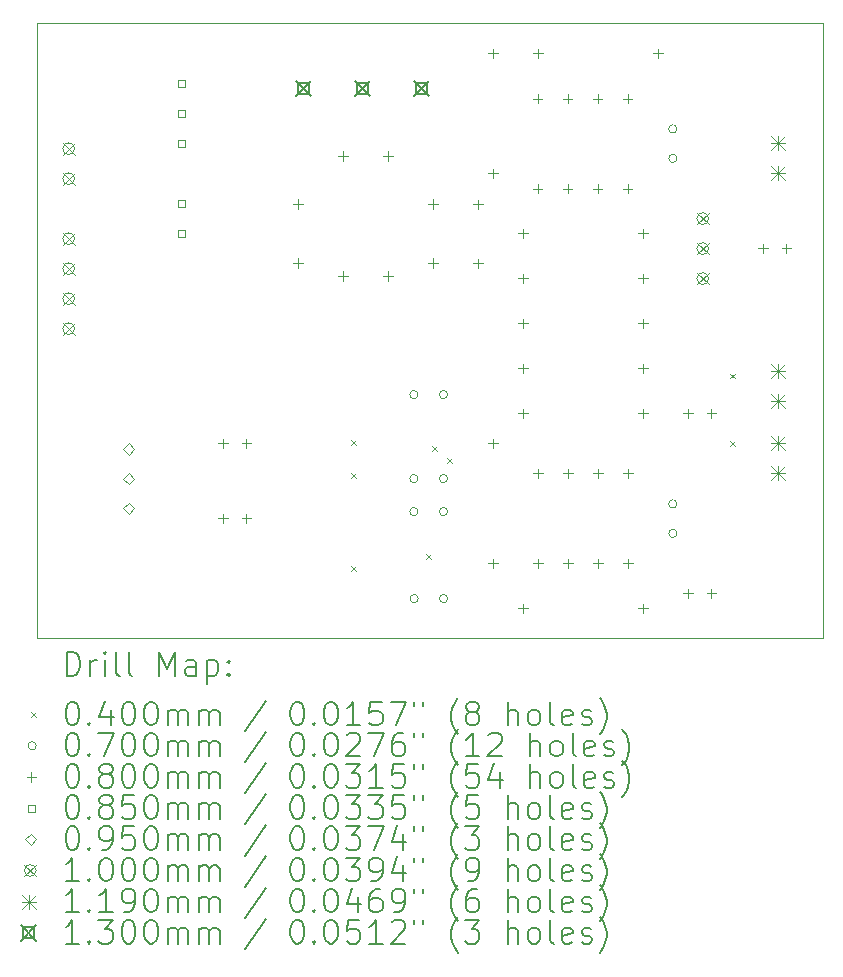
<source format=gbr>
%FSLAX45Y45*%
G04 Gerber Fmt 4.5, Leading zero omitted, Abs format (unit mm)*
G04 Created by KiCad (PCBNEW (6.0.0)) date 2022-02-13 20:03:09*
%MOMM*%
%LPD*%
G01*
G04 APERTURE LIST*
%TA.AperFunction,Profile*%
%ADD10C,0.100000*%
%TD*%
%ADD11C,0.200000*%
%ADD12C,0.040000*%
%ADD13C,0.070000*%
%ADD14C,0.080000*%
%ADD15C,0.085000*%
%ADD16C,0.095000*%
%ADD17C,0.100000*%
%ADD18C,0.119000*%
%ADD19C,0.130000*%
G04 APERTURE END LIST*
D10*
X2524400Y-6687000D02*
X9179200Y-6687000D01*
X9179200Y-6687000D02*
X9179200Y-1480000D01*
X9179200Y-1480000D02*
X2524400Y-1480000D01*
X2524400Y-1480000D02*
X2524400Y-6687000D01*
D11*
D12*
X5187000Y-5009200D02*
X5227000Y-5049200D01*
X5227000Y-5009200D02*
X5187000Y-5049200D01*
X5187000Y-5288600D02*
X5227000Y-5328600D01*
X5227000Y-5288600D02*
X5187000Y-5328600D01*
X5187000Y-6076000D02*
X5227000Y-6116000D01*
X5227000Y-6076000D02*
X5187000Y-6116000D01*
X5822000Y-5974400D02*
X5862000Y-6014400D01*
X5862000Y-5974400D02*
X5822000Y-6014400D01*
X5872800Y-5060000D02*
X5912800Y-5100000D01*
X5912800Y-5060000D02*
X5872800Y-5100000D01*
X5999800Y-5161600D02*
X6039800Y-5201600D01*
X6039800Y-5161600D02*
X5999800Y-5201600D01*
X8397200Y-4444500D02*
X8437200Y-4484500D01*
X8437200Y-4444500D02*
X8397200Y-4484500D01*
X8397200Y-5016000D02*
X8437200Y-5056000D01*
X8437200Y-5016000D02*
X8397200Y-5056000D01*
D13*
X5752000Y-4622800D02*
G75*
G03*
X5752000Y-4622800I-35000J0D01*
G01*
X5752000Y-5334000D02*
G75*
G03*
X5752000Y-5334000I-35000J0D01*
G01*
X5752000Y-5613400D02*
G75*
G03*
X5752000Y-5613400I-35000J0D01*
G01*
X5754000Y-6350000D02*
G75*
G03*
X5754000Y-6350000I-35000J0D01*
G01*
X6002000Y-4622800D02*
G75*
G03*
X6002000Y-4622800I-35000J0D01*
G01*
X6002000Y-5334000D02*
G75*
G03*
X6002000Y-5334000I-35000J0D01*
G01*
X6002000Y-5613400D02*
G75*
G03*
X6002000Y-5613400I-35000J0D01*
G01*
X6004000Y-6350000D02*
G75*
G03*
X6004000Y-6350000I-35000J0D01*
G01*
X7944200Y-2373000D02*
G75*
G03*
X7944200Y-2373000I-35000J0D01*
G01*
X7944200Y-2623000D02*
G75*
G03*
X7944200Y-2623000I-35000J0D01*
G01*
X7944200Y-5548000D02*
G75*
G03*
X7944200Y-5548000I-35000J0D01*
G01*
X7944200Y-5798000D02*
G75*
G03*
X7944200Y-5798000I-35000J0D01*
G01*
D14*
X4099200Y-4996000D02*
X4099200Y-5076000D01*
X4059200Y-5036000D02*
X4139200Y-5036000D01*
X4099200Y-5631000D02*
X4099200Y-5711000D01*
X4059200Y-5671000D02*
X4139200Y-5671000D01*
X4299200Y-4996000D02*
X4299200Y-5076000D01*
X4259200Y-5036000D02*
X4339200Y-5036000D01*
X4299200Y-5631000D02*
X4299200Y-5711000D01*
X4259200Y-5671000D02*
X4339200Y-5671000D01*
X4734200Y-2968000D02*
X4734200Y-3048000D01*
X4694200Y-3008000D02*
X4774200Y-3008000D01*
X4734200Y-3468000D02*
X4734200Y-3548000D01*
X4694200Y-3508000D02*
X4774200Y-3508000D01*
X5115200Y-2563500D02*
X5115200Y-2643500D01*
X5075200Y-2603500D02*
X5155200Y-2603500D01*
X5115200Y-3579500D02*
X5115200Y-3659500D01*
X5075200Y-3619500D02*
X5155200Y-3619500D01*
X5496200Y-2563500D02*
X5496200Y-2643500D01*
X5456200Y-2603500D02*
X5536200Y-2603500D01*
X5496200Y-3579500D02*
X5496200Y-3659500D01*
X5456200Y-3619500D02*
X5536200Y-3619500D01*
X5877200Y-2968000D02*
X5877200Y-3048000D01*
X5837200Y-3008000D02*
X5917200Y-3008000D01*
X5877200Y-3468000D02*
X5877200Y-3548000D01*
X5837200Y-3508000D02*
X5917200Y-3508000D01*
X6258200Y-2972000D02*
X6258200Y-3052000D01*
X6218200Y-3012000D02*
X6298200Y-3012000D01*
X6258200Y-3472000D02*
X6258200Y-3552000D01*
X6218200Y-3512000D02*
X6298200Y-3512000D01*
X6385200Y-1694000D02*
X6385200Y-1774000D01*
X6345200Y-1734000D02*
X6425200Y-1734000D01*
X6385200Y-2710000D02*
X6385200Y-2790000D01*
X6345200Y-2750000D02*
X6425200Y-2750000D01*
X6385200Y-4996000D02*
X6385200Y-5076000D01*
X6345200Y-5036000D02*
X6425200Y-5036000D01*
X6385200Y-6012000D02*
X6385200Y-6092000D01*
X6345200Y-6052000D02*
X6425200Y-6052000D01*
X6639200Y-3218000D02*
X6639200Y-3298000D01*
X6599200Y-3258000D02*
X6679200Y-3258000D01*
X6639200Y-3599000D02*
X6639200Y-3679000D01*
X6599200Y-3639000D02*
X6679200Y-3639000D01*
X6639200Y-3980000D02*
X6639200Y-4060000D01*
X6599200Y-4020000D02*
X6679200Y-4020000D01*
X6639200Y-4361000D02*
X6639200Y-4441000D01*
X6599200Y-4401000D02*
X6679200Y-4401000D01*
X6639200Y-4742000D02*
X6639200Y-4822000D01*
X6599200Y-4782000D02*
X6679200Y-4782000D01*
X6639200Y-6393000D02*
X6639200Y-6473000D01*
X6599200Y-6433000D02*
X6679200Y-6433000D01*
X6765200Y-2076000D02*
X6765200Y-2156000D01*
X6725200Y-2116000D02*
X6805200Y-2116000D01*
X6765200Y-2838000D02*
X6765200Y-2918000D01*
X6725200Y-2878000D02*
X6805200Y-2878000D01*
X6766200Y-1694000D02*
X6766200Y-1774000D01*
X6726200Y-1734000D02*
X6806200Y-1734000D01*
X6766200Y-5250000D02*
X6766200Y-5330000D01*
X6726200Y-5290000D02*
X6806200Y-5290000D01*
X6766200Y-6012000D02*
X6766200Y-6092000D01*
X6726200Y-6052000D02*
X6806200Y-6052000D01*
X7019200Y-2076000D02*
X7019200Y-2156000D01*
X6979200Y-2116000D02*
X7059200Y-2116000D01*
X7019200Y-2838000D02*
X7019200Y-2918000D01*
X6979200Y-2878000D02*
X7059200Y-2878000D01*
X7020200Y-5250000D02*
X7020200Y-5330000D01*
X6980200Y-5290000D02*
X7060200Y-5290000D01*
X7020200Y-6012000D02*
X7020200Y-6092000D01*
X6980200Y-6052000D02*
X7060200Y-6052000D01*
X7273200Y-2076000D02*
X7273200Y-2156000D01*
X7233200Y-2116000D02*
X7313200Y-2116000D01*
X7273200Y-2838000D02*
X7273200Y-2918000D01*
X7233200Y-2878000D02*
X7313200Y-2878000D01*
X7274200Y-5250000D02*
X7274200Y-5330000D01*
X7234200Y-5290000D02*
X7314200Y-5290000D01*
X7274200Y-6012000D02*
X7274200Y-6092000D01*
X7234200Y-6052000D02*
X7314200Y-6052000D01*
X7527200Y-2076000D02*
X7527200Y-2156000D01*
X7487200Y-2116000D02*
X7567200Y-2116000D01*
X7527200Y-2838000D02*
X7527200Y-2918000D01*
X7487200Y-2878000D02*
X7567200Y-2878000D01*
X7528200Y-5250000D02*
X7528200Y-5330000D01*
X7488200Y-5290000D02*
X7568200Y-5290000D01*
X7528200Y-6012000D02*
X7528200Y-6092000D01*
X7488200Y-6052000D02*
X7568200Y-6052000D01*
X7655200Y-3218000D02*
X7655200Y-3298000D01*
X7615200Y-3258000D02*
X7695200Y-3258000D01*
X7655200Y-3599000D02*
X7655200Y-3679000D01*
X7615200Y-3639000D02*
X7695200Y-3639000D01*
X7655200Y-3980000D02*
X7655200Y-4060000D01*
X7615200Y-4020000D02*
X7695200Y-4020000D01*
X7655200Y-4361000D02*
X7655200Y-4441000D01*
X7615200Y-4401000D02*
X7695200Y-4401000D01*
X7655200Y-4742000D02*
X7655200Y-4822000D01*
X7615200Y-4782000D02*
X7695200Y-4782000D01*
X7655200Y-6393000D02*
X7655200Y-6473000D01*
X7615200Y-6433000D02*
X7695200Y-6433000D01*
X7782200Y-1694000D02*
X7782200Y-1774000D01*
X7742200Y-1734000D02*
X7822200Y-1734000D01*
X8036200Y-4742000D02*
X8036200Y-4822000D01*
X7996200Y-4782000D02*
X8076200Y-4782000D01*
X8036200Y-6266000D02*
X8036200Y-6346000D01*
X7996200Y-6306000D02*
X8076200Y-6306000D01*
X8236200Y-4742000D02*
X8236200Y-4822000D01*
X8196200Y-4782000D02*
X8276200Y-4782000D01*
X8236200Y-6266000D02*
X8236200Y-6346000D01*
X8196200Y-6306000D02*
X8276200Y-6306000D01*
X8671200Y-3345000D02*
X8671200Y-3425000D01*
X8631200Y-3385000D02*
X8711200Y-3385000D01*
X8871200Y-3345000D02*
X8871200Y-3425000D01*
X8831200Y-3385000D02*
X8911200Y-3385000D01*
D15*
X3782452Y-2021052D02*
X3782452Y-1960948D01*
X3722348Y-1960948D01*
X3722348Y-2021052D01*
X3782452Y-2021052D01*
X3782452Y-2275052D02*
X3782452Y-2214948D01*
X3722348Y-2214948D01*
X3722348Y-2275052D01*
X3782452Y-2275052D01*
X3782452Y-2529052D02*
X3782452Y-2468948D01*
X3722348Y-2468948D01*
X3722348Y-2529052D01*
X3782452Y-2529052D01*
X3782452Y-3037052D02*
X3782452Y-2976948D01*
X3722348Y-2976948D01*
X3722348Y-3037052D01*
X3782452Y-3037052D01*
X3782452Y-3291052D02*
X3782452Y-3230948D01*
X3722348Y-3230948D01*
X3722348Y-3291052D01*
X3782452Y-3291052D01*
D16*
X3302000Y-5131500D02*
X3349500Y-5084000D01*
X3302000Y-5036500D01*
X3254500Y-5084000D01*
X3302000Y-5131500D01*
X3302000Y-5381500D02*
X3349500Y-5334000D01*
X3302000Y-5286500D01*
X3254500Y-5334000D01*
X3302000Y-5381500D01*
X3302000Y-5631500D02*
X3349500Y-5584000D01*
X3302000Y-5536500D01*
X3254500Y-5584000D01*
X3302000Y-5631500D01*
D17*
X2744000Y-2490000D02*
X2844000Y-2590000D01*
X2844000Y-2490000D02*
X2744000Y-2590000D01*
X2844000Y-2540000D02*
G75*
G03*
X2844000Y-2540000I-50000J0D01*
G01*
X2744000Y-2744000D02*
X2844000Y-2844000D01*
X2844000Y-2744000D02*
X2744000Y-2844000D01*
X2844000Y-2794000D02*
G75*
G03*
X2844000Y-2794000I-50000J0D01*
G01*
X2744000Y-3252000D02*
X2844000Y-3352000D01*
X2844000Y-3252000D02*
X2744000Y-3352000D01*
X2844000Y-3302000D02*
G75*
G03*
X2844000Y-3302000I-50000J0D01*
G01*
X2744000Y-3506000D02*
X2844000Y-3606000D01*
X2844000Y-3506000D02*
X2744000Y-3606000D01*
X2844000Y-3556000D02*
G75*
G03*
X2844000Y-3556000I-50000J0D01*
G01*
X2744000Y-3760000D02*
X2844000Y-3860000D01*
X2844000Y-3760000D02*
X2744000Y-3860000D01*
X2844000Y-3810000D02*
G75*
G03*
X2844000Y-3810000I-50000J0D01*
G01*
X2744000Y-4014000D02*
X2844000Y-4114000D01*
X2844000Y-4014000D02*
X2744000Y-4114000D01*
X2844000Y-4064000D02*
G75*
G03*
X2844000Y-4064000I-50000J0D01*
G01*
X8113200Y-3082500D02*
X8213200Y-3182500D01*
X8213200Y-3082500D02*
X8113200Y-3182500D01*
X8213200Y-3132500D02*
G75*
G03*
X8213200Y-3132500I-50000J0D01*
G01*
X8113200Y-3336500D02*
X8213200Y-3436500D01*
X8213200Y-3336500D02*
X8113200Y-3436500D01*
X8213200Y-3386500D02*
G75*
G03*
X8213200Y-3386500I-50000J0D01*
G01*
X8113200Y-3590500D02*
X8213200Y-3690500D01*
X8213200Y-3590500D02*
X8113200Y-3690500D01*
X8213200Y-3640500D02*
G75*
G03*
X8213200Y-3640500I-50000J0D01*
G01*
D18*
X8738700Y-2436500D02*
X8857700Y-2555500D01*
X8857700Y-2436500D02*
X8738700Y-2555500D01*
X8798200Y-2436500D02*
X8798200Y-2555500D01*
X8738700Y-2496000D02*
X8857700Y-2496000D01*
X8738700Y-2690500D02*
X8857700Y-2809500D01*
X8857700Y-2690500D02*
X8738700Y-2809500D01*
X8798200Y-2690500D02*
X8798200Y-2809500D01*
X8738700Y-2750000D02*
X8857700Y-2750000D01*
X8738700Y-4366900D02*
X8857700Y-4485900D01*
X8857700Y-4366900D02*
X8738700Y-4485900D01*
X8798200Y-4366900D02*
X8798200Y-4485900D01*
X8738700Y-4426400D02*
X8857700Y-4426400D01*
X8738700Y-4620900D02*
X8857700Y-4739900D01*
X8857700Y-4620900D02*
X8738700Y-4739900D01*
X8798200Y-4620900D02*
X8798200Y-4739900D01*
X8738700Y-4680400D02*
X8857700Y-4680400D01*
X8738700Y-4976500D02*
X8857700Y-5095500D01*
X8857700Y-4976500D02*
X8738700Y-5095500D01*
X8798200Y-4976500D02*
X8798200Y-5095500D01*
X8738700Y-5036000D02*
X8857700Y-5036000D01*
X8738700Y-5230500D02*
X8857700Y-5349500D01*
X8857700Y-5230500D02*
X8738700Y-5349500D01*
X8798200Y-5230500D02*
X8798200Y-5349500D01*
X8738700Y-5290000D02*
X8857700Y-5290000D01*
D19*
X4718200Y-1966200D02*
X4848200Y-2096200D01*
X4848200Y-1966200D02*
X4718200Y-2096200D01*
X4829162Y-2077162D02*
X4829162Y-1985238D01*
X4737238Y-1985238D01*
X4737238Y-2077162D01*
X4829162Y-2077162D01*
X5218200Y-1966200D02*
X5348200Y-2096200D01*
X5348200Y-1966200D02*
X5218200Y-2096200D01*
X5329162Y-2077162D02*
X5329162Y-1985238D01*
X5237238Y-1985238D01*
X5237238Y-2077162D01*
X5329162Y-2077162D01*
X5718200Y-1966200D02*
X5848200Y-2096200D01*
X5848200Y-1966200D02*
X5718200Y-2096200D01*
X5829162Y-2077162D02*
X5829162Y-1985238D01*
X5737238Y-1985238D01*
X5737238Y-2077162D01*
X5829162Y-2077162D01*
D11*
X2777019Y-7002476D02*
X2777019Y-6802476D01*
X2824638Y-6802476D01*
X2853209Y-6812000D01*
X2872257Y-6831048D01*
X2881781Y-6850095D01*
X2891305Y-6888190D01*
X2891305Y-6916762D01*
X2881781Y-6954857D01*
X2872257Y-6973905D01*
X2853209Y-6992952D01*
X2824638Y-7002476D01*
X2777019Y-7002476D01*
X2977019Y-7002476D02*
X2977019Y-6869143D01*
X2977019Y-6907238D02*
X2986543Y-6888190D01*
X2996067Y-6878667D01*
X3015114Y-6869143D01*
X3034162Y-6869143D01*
X3100828Y-7002476D02*
X3100828Y-6869143D01*
X3100828Y-6802476D02*
X3091305Y-6812000D01*
X3100828Y-6821524D01*
X3110352Y-6812000D01*
X3100828Y-6802476D01*
X3100828Y-6821524D01*
X3224638Y-7002476D02*
X3205590Y-6992952D01*
X3196067Y-6973905D01*
X3196067Y-6802476D01*
X3329400Y-7002476D02*
X3310352Y-6992952D01*
X3300828Y-6973905D01*
X3300828Y-6802476D01*
X3557971Y-7002476D02*
X3557971Y-6802476D01*
X3624638Y-6945333D01*
X3691305Y-6802476D01*
X3691305Y-7002476D01*
X3872257Y-7002476D02*
X3872257Y-6897714D01*
X3862733Y-6878667D01*
X3843686Y-6869143D01*
X3805590Y-6869143D01*
X3786543Y-6878667D01*
X3872257Y-6992952D02*
X3853209Y-7002476D01*
X3805590Y-7002476D01*
X3786543Y-6992952D01*
X3777019Y-6973905D01*
X3777019Y-6954857D01*
X3786543Y-6935809D01*
X3805590Y-6926286D01*
X3853209Y-6926286D01*
X3872257Y-6916762D01*
X3967495Y-6869143D02*
X3967495Y-7069143D01*
X3967495Y-6878667D02*
X3986543Y-6869143D01*
X4024638Y-6869143D01*
X4043686Y-6878667D01*
X4053209Y-6888190D01*
X4062733Y-6907238D01*
X4062733Y-6964381D01*
X4053209Y-6983428D01*
X4043686Y-6992952D01*
X4024638Y-7002476D01*
X3986543Y-7002476D01*
X3967495Y-6992952D01*
X4148448Y-6983428D02*
X4157971Y-6992952D01*
X4148448Y-7002476D01*
X4138924Y-6992952D01*
X4148448Y-6983428D01*
X4148448Y-7002476D01*
X4148448Y-6878667D02*
X4157971Y-6888190D01*
X4148448Y-6897714D01*
X4138924Y-6888190D01*
X4148448Y-6878667D01*
X4148448Y-6897714D01*
D12*
X2479400Y-7312000D02*
X2519400Y-7352000D01*
X2519400Y-7312000D02*
X2479400Y-7352000D01*
D11*
X2815114Y-7222476D02*
X2834162Y-7222476D01*
X2853209Y-7232000D01*
X2862733Y-7241524D01*
X2872257Y-7260571D01*
X2881781Y-7298667D01*
X2881781Y-7346286D01*
X2872257Y-7384381D01*
X2862733Y-7403428D01*
X2853209Y-7412952D01*
X2834162Y-7422476D01*
X2815114Y-7422476D01*
X2796067Y-7412952D01*
X2786543Y-7403428D01*
X2777019Y-7384381D01*
X2767495Y-7346286D01*
X2767495Y-7298667D01*
X2777019Y-7260571D01*
X2786543Y-7241524D01*
X2796067Y-7232000D01*
X2815114Y-7222476D01*
X2967495Y-7403428D02*
X2977019Y-7412952D01*
X2967495Y-7422476D01*
X2957971Y-7412952D01*
X2967495Y-7403428D01*
X2967495Y-7422476D01*
X3148448Y-7289143D02*
X3148448Y-7422476D01*
X3100828Y-7212952D02*
X3053209Y-7355809D01*
X3177019Y-7355809D01*
X3291305Y-7222476D02*
X3310352Y-7222476D01*
X3329400Y-7232000D01*
X3338924Y-7241524D01*
X3348448Y-7260571D01*
X3357971Y-7298667D01*
X3357971Y-7346286D01*
X3348448Y-7384381D01*
X3338924Y-7403428D01*
X3329400Y-7412952D01*
X3310352Y-7422476D01*
X3291305Y-7422476D01*
X3272257Y-7412952D01*
X3262733Y-7403428D01*
X3253209Y-7384381D01*
X3243686Y-7346286D01*
X3243686Y-7298667D01*
X3253209Y-7260571D01*
X3262733Y-7241524D01*
X3272257Y-7232000D01*
X3291305Y-7222476D01*
X3481781Y-7222476D02*
X3500828Y-7222476D01*
X3519876Y-7232000D01*
X3529400Y-7241524D01*
X3538924Y-7260571D01*
X3548448Y-7298667D01*
X3548448Y-7346286D01*
X3538924Y-7384381D01*
X3529400Y-7403428D01*
X3519876Y-7412952D01*
X3500828Y-7422476D01*
X3481781Y-7422476D01*
X3462733Y-7412952D01*
X3453209Y-7403428D01*
X3443686Y-7384381D01*
X3434162Y-7346286D01*
X3434162Y-7298667D01*
X3443686Y-7260571D01*
X3453209Y-7241524D01*
X3462733Y-7232000D01*
X3481781Y-7222476D01*
X3634162Y-7422476D02*
X3634162Y-7289143D01*
X3634162Y-7308190D02*
X3643686Y-7298667D01*
X3662733Y-7289143D01*
X3691305Y-7289143D01*
X3710352Y-7298667D01*
X3719876Y-7317714D01*
X3719876Y-7422476D01*
X3719876Y-7317714D02*
X3729400Y-7298667D01*
X3748448Y-7289143D01*
X3777019Y-7289143D01*
X3796067Y-7298667D01*
X3805590Y-7317714D01*
X3805590Y-7422476D01*
X3900828Y-7422476D02*
X3900828Y-7289143D01*
X3900828Y-7308190D02*
X3910352Y-7298667D01*
X3929400Y-7289143D01*
X3957971Y-7289143D01*
X3977019Y-7298667D01*
X3986543Y-7317714D01*
X3986543Y-7422476D01*
X3986543Y-7317714D02*
X3996067Y-7298667D01*
X4015114Y-7289143D01*
X4043686Y-7289143D01*
X4062733Y-7298667D01*
X4072257Y-7317714D01*
X4072257Y-7422476D01*
X4462733Y-7212952D02*
X4291305Y-7470095D01*
X4719876Y-7222476D02*
X4738924Y-7222476D01*
X4757971Y-7232000D01*
X4767495Y-7241524D01*
X4777019Y-7260571D01*
X4786543Y-7298667D01*
X4786543Y-7346286D01*
X4777019Y-7384381D01*
X4767495Y-7403428D01*
X4757971Y-7412952D01*
X4738924Y-7422476D01*
X4719876Y-7422476D01*
X4700829Y-7412952D01*
X4691305Y-7403428D01*
X4681781Y-7384381D01*
X4672257Y-7346286D01*
X4672257Y-7298667D01*
X4681781Y-7260571D01*
X4691305Y-7241524D01*
X4700829Y-7232000D01*
X4719876Y-7222476D01*
X4872257Y-7403428D02*
X4881781Y-7412952D01*
X4872257Y-7422476D01*
X4862733Y-7412952D01*
X4872257Y-7403428D01*
X4872257Y-7422476D01*
X5005590Y-7222476D02*
X5024638Y-7222476D01*
X5043686Y-7232000D01*
X5053210Y-7241524D01*
X5062733Y-7260571D01*
X5072257Y-7298667D01*
X5072257Y-7346286D01*
X5062733Y-7384381D01*
X5053210Y-7403428D01*
X5043686Y-7412952D01*
X5024638Y-7422476D01*
X5005590Y-7422476D01*
X4986543Y-7412952D01*
X4977019Y-7403428D01*
X4967495Y-7384381D01*
X4957971Y-7346286D01*
X4957971Y-7298667D01*
X4967495Y-7260571D01*
X4977019Y-7241524D01*
X4986543Y-7232000D01*
X5005590Y-7222476D01*
X5262733Y-7422476D02*
X5148448Y-7422476D01*
X5205590Y-7422476D02*
X5205590Y-7222476D01*
X5186543Y-7251048D01*
X5167495Y-7270095D01*
X5148448Y-7279619D01*
X5443686Y-7222476D02*
X5348448Y-7222476D01*
X5338924Y-7317714D01*
X5348448Y-7308190D01*
X5367495Y-7298667D01*
X5415114Y-7298667D01*
X5434162Y-7308190D01*
X5443686Y-7317714D01*
X5453210Y-7336762D01*
X5453210Y-7384381D01*
X5443686Y-7403428D01*
X5434162Y-7412952D01*
X5415114Y-7422476D01*
X5367495Y-7422476D01*
X5348448Y-7412952D01*
X5338924Y-7403428D01*
X5519876Y-7222476D02*
X5653209Y-7222476D01*
X5567495Y-7422476D01*
X5719876Y-7222476D02*
X5719876Y-7260571D01*
X5796067Y-7222476D02*
X5796067Y-7260571D01*
X6091305Y-7498667D02*
X6081781Y-7489143D01*
X6062733Y-7460571D01*
X6053209Y-7441524D01*
X6043686Y-7412952D01*
X6034162Y-7365333D01*
X6034162Y-7327238D01*
X6043686Y-7279619D01*
X6053209Y-7251048D01*
X6062733Y-7232000D01*
X6081781Y-7203428D01*
X6091305Y-7193905D01*
X6196067Y-7308190D02*
X6177019Y-7298667D01*
X6167495Y-7289143D01*
X6157971Y-7270095D01*
X6157971Y-7260571D01*
X6167495Y-7241524D01*
X6177019Y-7232000D01*
X6196067Y-7222476D01*
X6234162Y-7222476D01*
X6253209Y-7232000D01*
X6262733Y-7241524D01*
X6272257Y-7260571D01*
X6272257Y-7270095D01*
X6262733Y-7289143D01*
X6253209Y-7298667D01*
X6234162Y-7308190D01*
X6196067Y-7308190D01*
X6177019Y-7317714D01*
X6167495Y-7327238D01*
X6157971Y-7346286D01*
X6157971Y-7384381D01*
X6167495Y-7403428D01*
X6177019Y-7412952D01*
X6196067Y-7422476D01*
X6234162Y-7422476D01*
X6253209Y-7412952D01*
X6262733Y-7403428D01*
X6272257Y-7384381D01*
X6272257Y-7346286D01*
X6262733Y-7327238D01*
X6253209Y-7317714D01*
X6234162Y-7308190D01*
X6510352Y-7422476D02*
X6510352Y-7222476D01*
X6596067Y-7422476D02*
X6596067Y-7317714D01*
X6586543Y-7298667D01*
X6567495Y-7289143D01*
X6538924Y-7289143D01*
X6519876Y-7298667D01*
X6510352Y-7308190D01*
X6719876Y-7422476D02*
X6700828Y-7412952D01*
X6691305Y-7403428D01*
X6681781Y-7384381D01*
X6681781Y-7327238D01*
X6691305Y-7308190D01*
X6700828Y-7298667D01*
X6719876Y-7289143D01*
X6748448Y-7289143D01*
X6767495Y-7298667D01*
X6777019Y-7308190D01*
X6786543Y-7327238D01*
X6786543Y-7384381D01*
X6777019Y-7403428D01*
X6767495Y-7412952D01*
X6748448Y-7422476D01*
X6719876Y-7422476D01*
X6900828Y-7422476D02*
X6881781Y-7412952D01*
X6872257Y-7393905D01*
X6872257Y-7222476D01*
X7053209Y-7412952D02*
X7034162Y-7422476D01*
X6996067Y-7422476D01*
X6977019Y-7412952D01*
X6967495Y-7393905D01*
X6967495Y-7317714D01*
X6977019Y-7298667D01*
X6996067Y-7289143D01*
X7034162Y-7289143D01*
X7053209Y-7298667D01*
X7062733Y-7317714D01*
X7062733Y-7336762D01*
X6967495Y-7355809D01*
X7138924Y-7412952D02*
X7157971Y-7422476D01*
X7196067Y-7422476D01*
X7215114Y-7412952D01*
X7224638Y-7393905D01*
X7224638Y-7384381D01*
X7215114Y-7365333D01*
X7196067Y-7355809D01*
X7167495Y-7355809D01*
X7148448Y-7346286D01*
X7138924Y-7327238D01*
X7138924Y-7317714D01*
X7148448Y-7298667D01*
X7167495Y-7289143D01*
X7196067Y-7289143D01*
X7215114Y-7298667D01*
X7291305Y-7498667D02*
X7300828Y-7489143D01*
X7319876Y-7460571D01*
X7329400Y-7441524D01*
X7338924Y-7412952D01*
X7348448Y-7365333D01*
X7348448Y-7327238D01*
X7338924Y-7279619D01*
X7329400Y-7251048D01*
X7319876Y-7232000D01*
X7300828Y-7203428D01*
X7291305Y-7193905D01*
D13*
X2519400Y-7596000D02*
G75*
G03*
X2519400Y-7596000I-35000J0D01*
G01*
D11*
X2815114Y-7486476D02*
X2834162Y-7486476D01*
X2853209Y-7496000D01*
X2862733Y-7505524D01*
X2872257Y-7524571D01*
X2881781Y-7562667D01*
X2881781Y-7610286D01*
X2872257Y-7648381D01*
X2862733Y-7667428D01*
X2853209Y-7676952D01*
X2834162Y-7686476D01*
X2815114Y-7686476D01*
X2796067Y-7676952D01*
X2786543Y-7667428D01*
X2777019Y-7648381D01*
X2767495Y-7610286D01*
X2767495Y-7562667D01*
X2777019Y-7524571D01*
X2786543Y-7505524D01*
X2796067Y-7496000D01*
X2815114Y-7486476D01*
X2967495Y-7667428D02*
X2977019Y-7676952D01*
X2967495Y-7686476D01*
X2957971Y-7676952D01*
X2967495Y-7667428D01*
X2967495Y-7686476D01*
X3043686Y-7486476D02*
X3177019Y-7486476D01*
X3091305Y-7686476D01*
X3291305Y-7486476D02*
X3310352Y-7486476D01*
X3329400Y-7496000D01*
X3338924Y-7505524D01*
X3348448Y-7524571D01*
X3357971Y-7562667D01*
X3357971Y-7610286D01*
X3348448Y-7648381D01*
X3338924Y-7667428D01*
X3329400Y-7676952D01*
X3310352Y-7686476D01*
X3291305Y-7686476D01*
X3272257Y-7676952D01*
X3262733Y-7667428D01*
X3253209Y-7648381D01*
X3243686Y-7610286D01*
X3243686Y-7562667D01*
X3253209Y-7524571D01*
X3262733Y-7505524D01*
X3272257Y-7496000D01*
X3291305Y-7486476D01*
X3481781Y-7486476D02*
X3500828Y-7486476D01*
X3519876Y-7496000D01*
X3529400Y-7505524D01*
X3538924Y-7524571D01*
X3548448Y-7562667D01*
X3548448Y-7610286D01*
X3538924Y-7648381D01*
X3529400Y-7667428D01*
X3519876Y-7676952D01*
X3500828Y-7686476D01*
X3481781Y-7686476D01*
X3462733Y-7676952D01*
X3453209Y-7667428D01*
X3443686Y-7648381D01*
X3434162Y-7610286D01*
X3434162Y-7562667D01*
X3443686Y-7524571D01*
X3453209Y-7505524D01*
X3462733Y-7496000D01*
X3481781Y-7486476D01*
X3634162Y-7686476D02*
X3634162Y-7553143D01*
X3634162Y-7572190D02*
X3643686Y-7562667D01*
X3662733Y-7553143D01*
X3691305Y-7553143D01*
X3710352Y-7562667D01*
X3719876Y-7581714D01*
X3719876Y-7686476D01*
X3719876Y-7581714D02*
X3729400Y-7562667D01*
X3748448Y-7553143D01*
X3777019Y-7553143D01*
X3796067Y-7562667D01*
X3805590Y-7581714D01*
X3805590Y-7686476D01*
X3900828Y-7686476D02*
X3900828Y-7553143D01*
X3900828Y-7572190D02*
X3910352Y-7562667D01*
X3929400Y-7553143D01*
X3957971Y-7553143D01*
X3977019Y-7562667D01*
X3986543Y-7581714D01*
X3986543Y-7686476D01*
X3986543Y-7581714D02*
X3996067Y-7562667D01*
X4015114Y-7553143D01*
X4043686Y-7553143D01*
X4062733Y-7562667D01*
X4072257Y-7581714D01*
X4072257Y-7686476D01*
X4462733Y-7476952D02*
X4291305Y-7734095D01*
X4719876Y-7486476D02*
X4738924Y-7486476D01*
X4757971Y-7496000D01*
X4767495Y-7505524D01*
X4777019Y-7524571D01*
X4786543Y-7562667D01*
X4786543Y-7610286D01*
X4777019Y-7648381D01*
X4767495Y-7667428D01*
X4757971Y-7676952D01*
X4738924Y-7686476D01*
X4719876Y-7686476D01*
X4700829Y-7676952D01*
X4691305Y-7667428D01*
X4681781Y-7648381D01*
X4672257Y-7610286D01*
X4672257Y-7562667D01*
X4681781Y-7524571D01*
X4691305Y-7505524D01*
X4700829Y-7496000D01*
X4719876Y-7486476D01*
X4872257Y-7667428D02*
X4881781Y-7676952D01*
X4872257Y-7686476D01*
X4862733Y-7676952D01*
X4872257Y-7667428D01*
X4872257Y-7686476D01*
X5005590Y-7486476D02*
X5024638Y-7486476D01*
X5043686Y-7496000D01*
X5053210Y-7505524D01*
X5062733Y-7524571D01*
X5072257Y-7562667D01*
X5072257Y-7610286D01*
X5062733Y-7648381D01*
X5053210Y-7667428D01*
X5043686Y-7676952D01*
X5024638Y-7686476D01*
X5005590Y-7686476D01*
X4986543Y-7676952D01*
X4977019Y-7667428D01*
X4967495Y-7648381D01*
X4957971Y-7610286D01*
X4957971Y-7562667D01*
X4967495Y-7524571D01*
X4977019Y-7505524D01*
X4986543Y-7496000D01*
X5005590Y-7486476D01*
X5148448Y-7505524D02*
X5157971Y-7496000D01*
X5177019Y-7486476D01*
X5224638Y-7486476D01*
X5243686Y-7496000D01*
X5253210Y-7505524D01*
X5262733Y-7524571D01*
X5262733Y-7543619D01*
X5253210Y-7572190D01*
X5138924Y-7686476D01*
X5262733Y-7686476D01*
X5329400Y-7486476D02*
X5462733Y-7486476D01*
X5377019Y-7686476D01*
X5624638Y-7486476D02*
X5586543Y-7486476D01*
X5567495Y-7496000D01*
X5557971Y-7505524D01*
X5538924Y-7534095D01*
X5529400Y-7572190D01*
X5529400Y-7648381D01*
X5538924Y-7667428D01*
X5548448Y-7676952D01*
X5567495Y-7686476D01*
X5605590Y-7686476D01*
X5624638Y-7676952D01*
X5634162Y-7667428D01*
X5643686Y-7648381D01*
X5643686Y-7600762D01*
X5634162Y-7581714D01*
X5624638Y-7572190D01*
X5605590Y-7562667D01*
X5567495Y-7562667D01*
X5548448Y-7572190D01*
X5538924Y-7581714D01*
X5529400Y-7600762D01*
X5719876Y-7486476D02*
X5719876Y-7524571D01*
X5796067Y-7486476D02*
X5796067Y-7524571D01*
X6091305Y-7762667D02*
X6081781Y-7753143D01*
X6062733Y-7724571D01*
X6053209Y-7705524D01*
X6043686Y-7676952D01*
X6034162Y-7629333D01*
X6034162Y-7591238D01*
X6043686Y-7543619D01*
X6053209Y-7515048D01*
X6062733Y-7496000D01*
X6081781Y-7467428D01*
X6091305Y-7457905D01*
X6272257Y-7686476D02*
X6157971Y-7686476D01*
X6215114Y-7686476D02*
X6215114Y-7486476D01*
X6196067Y-7515048D01*
X6177019Y-7534095D01*
X6157971Y-7543619D01*
X6348448Y-7505524D02*
X6357971Y-7496000D01*
X6377019Y-7486476D01*
X6424638Y-7486476D01*
X6443686Y-7496000D01*
X6453209Y-7505524D01*
X6462733Y-7524571D01*
X6462733Y-7543619D01*
X6453209Y-7572190D01*
X6338924Y-7686476D01*
X6462733Y-7686476D01*
X6700828Y-7686476D02*
X6700828Y-7486476D01*
X6786543Y-7686476D02*
X6786543Y-7581714D01*
X6777019Y-7562667D01*
X6757971Y-7553143D01*
X6729400Y-7553143D01*
X6710352Y-7562667D01*
X6700828Y-7572190D01*
X6910352Y-7686476D02*
X6891305Y-7676952D01*
X6881781Y-7667428D01*
X6872257Y-7648381D01*
X6872257Y-7591238D01*
X6881781Y-7572190D01*
X6891305Y-7562667D01*
X6910352Y-7553143D01*
X6938924Y-7553143D01*
X6957971Y-7562667D01*
X6967495Y-7572190D01*
X6977019Y-7591238D01*
X6977019Y-7648381D01*
X6967495Y-7667428D01*
X6957971Y-7676952D01*
X6938924Y-7686476D01*
X6910352Y-7686476D01*
X7091305Y-7686476D02*
X7072257Y-7676952D01*
X7062733Y-7657905D01*
X7062733Y-7486476D01*
X7243686Y-7676952D02*
X7224638Y-7686476D01*
X7186543Y-7686476D01*
X7167495Y-7676952D01*
X7157971Y-7657905D01*
X7157971Y-7581714D01*
X7167495Y-7562667D01*
X7186543Y-7553143D01*
X7224638Y-7553143D01*
X7243686Y-7562667D01*
X7253209Y-7581714D01*
X7253209Y-7600762D01*
X7157971Y-7619809D01*
X7329400Y-7676952D02*
X7348448Y-7686476D01*
X7386543Y-7686476D01*
X7405590Y-7676952D01*
X7415114Y-7657905D01*
X7415114Y-7648381D01*
X7405590Y-7629333D01*
X7386543Y-7619809D01*
X7357971Y-7619809D01*
X7338924Y-7610286D01*
X7329400Y-7591238D01*
X7329400Y-7581714D01*
X7338924Y-7562667D01*
X7357971Y-7553143D01*
X7386543Y-7553143D01*
X7405590Y-7562667D01*
X7481781Y-7762667D02*
X7491305Y-7753143D01*
X7510352Y-7724571D01*
X7519876Y-7705524D01*
X7529400Y-7676952D01*
X7538924Y-7629333D01*
X7538924Y-7591238D01*
X7529400Y-7543619D01*
X7519876Y-7515048D01*
X7510352Y-7496000D01*
X7491305Y-7467428D01*
X7481781Y-7457905D01*
D14*
X2479400Y-7820000D02*
X2479400Y-7900000D01*
X2439400Y-7860000D02*
X2519400Y-7860000D01*
D11*
X2815114Y-7750476D02*
X2834162Y-7750476D01*
X2853209Y-7760000D01*
X2862733Y-7769524D01*
X2872257Y-7788571D01*
X2881781Y-7826667D01*
X2881781Y-7874286D01*
X2872257Y-7912381D01*
X2862733Y-7931428D01*
X2853209Y-7940952D01*
X2834162Y-7950476D01*
X2815114Y-7950476D01*
X2796067Y-7940952D01*
X2786543Y-7931428D01*
X2777019Y-7912381D01*
X2767495Y-7874286D01*
X2767495Y-7826667D01*
X2777019Y-7788571D01*
X2786543Y-7769524D01*
X2796067Y-7760000D01*
X2815114Y-7750476D01*
X2967495Y-7931428D02*
X2977019Y-7940952D01*
X2967495Y-7950476D01*
X2957971Y-7940952D01*
X2967495Y-7931428D01*
X2967495Y-7950476D01*
X3091305Y-7836190D02*
X3072257Y-7826667D01*
X3062733Y-7817143D01*
X3053209Y-7798095D01*
X3053209Y-7788571D01*
X3062733Y-7769524D01*
X3072257Y-7760000D01*
X3091305Y-7750476D01*
X3129400Y-7750476D01*
X3148448Y-7760000D01*
X3157971Y-7769524D01*
X3167495Y-7788571D01*
X3167495Y-7798095D01*
X3157971Y-7817143D01*
X3148448Y-7826667D01*
X3129400Y-7836190D01*
X3091305Y-7836190D01*
X3072257Y-7845714D01*
X3062733Y-7855238D01*
X3053209Y-7874286D01*
X3053209Y-7912381D01*
X3062733Y-7931428D01*
X3072257Y-7940952D01*
X3091305Y-7950476D01*
X3129400Y-7950476D01*
X3148448Y-7940952D01*
X3157971Y-7931428D01*
X3167495Y-7912381D01*
X3167495Y-7874286D01*
X3157971Y-7855238D01*
X3148448Y-7845714D01*
X3129400Y-7836190D01*
X3291305Y-7750476D02*
X3310352Y-7750476D01*
X3329400Y-7760000D01*
X3338924Y-7769524D01*
X3348448Y-7788571D01*
X3357971Y-7826667D01*
X3357971Y-7874286D01*
X3348448Y-7912381D01*
X3338924Y-7931428D01*
X3329400Y-7940952D01*
X3310352Y-7950476D01*
X3291305Y-7950476D01*
X3272257Y-7940952D01*
X3262733Y-7931428D01*
X3253209Y-7912381D01*
X3243686Y-7874286D01*
X3243686Y-7826667D01*
X3253209Y-7788571D01*
X3262733Y-7769524D01*
X3272257Y-7760000D01*
X3291305Y-7750476D01*
X3481781Y-7750476D02*
X3500828Y-7750476D01*
X3519876Y-7760000D01*
X3529400Y-7769524D01*
X3538924Y-7788571D01*
X3548448Y-7826667D01*
X3548448Y-7874286D01*
X3538924Y-7912381D01*
X3529400Y-7931428D01*
X3519876Y-7940952D01*
X3500828Y-7950476D01*
X3481781Y-7950476D01*
X3462733Y-7940952D01*
X3453209Y-7931428D01*
X3443686Y-7912381D01*
X3434162Y-7874286D01*
X3434162Y-7826667D01*
X3443686Y-7788571D01*
X3453209Y-7769524D01*
X3462733Y-7760000D01*
X3481781Y-7750476D01*
X3634162Y-7950476D02*
X3634162Y-7817143D01*
X3634162Y-7836190D02*
X3643686Y-7826667D01*
X3662733Y-7817143D01*
X3691305Y-7817143D01*
X3710352Y-7826667D01*
X3719876Y-7845714D01*
X3719876Y-7950476D01*
X3719876Y-7845714D02*
X3729400Y-7826667D01*
X3748448Y-7817143D01*
X3777019Y-7817143D01*
X3796067Y-7826667D01*
X3805590Y-7845714D01*
X3805590Y-7950476D01*
X3900828Y-7950476D02*
X3900828Y-7817143D01*
X3900828Y-7836190D02*
X3910352Y-7826667D01*
X3929400Y-7817143D01*
X3957971Y-7817143D01*
X3977019Y-7826667D01*
X3986543Y-7845714D01*
X3986543Y-7950476D01*
X3986543Y-7845714D02*
X3996067Y-7826667D01*
X4015114Y-7817143D01*
X4043686Y-7817143D01*
X4062733Y-7826667D01*
X4072257Y-7845714D01*
X4072257Y-7950476D01*
X4462733Y-7740952D02*
X4291305Y-7998095D01*
X4719876Y-7750476D02*
X4738924Y-7750476D01*
X4757971Y-7760000D01*
X4767495Y-7769524D01*
X4777019Y-7788571D01*
X4786543Y-7826667D01*
X4786543Y-7874286D01*
X4777019Y-7912381D01*
X4767495Y-7931428D01*
X4757971Y-7940952D01*
X4738924Y-7950476D01*
X4719876Y-7950476D01*
X4700829Y-7940952D01*
X4691305Y-7931428D01*
X4681781Y-7912381D01*
X4672257Y-7874286D01*
X4672257Y-7826667D01*
X4681781Y-7788571D01*
X4691305Y-7769524D01*
X4700829Y-7760000D01*
X4719876Y-7750476D01*
X4872257Y-7931428D02*
X4881781Y-7940952D01*
X4872257Y-7950476D01*
X4862733Y-7940952D01*
X4872257Y-7931428D01*
X4872257Y-7950476D01*
X5005590Y-7750476D02*
X5024638Y-7750476D01*
X5043686Y-7760000D01*
X5053210Y-7769524D01*
X5062733Y-7788571D01*
X5072257Y-7826667D01*
X5072257Y-7874286D01*
X5062733Y-7912381D01*
X5053210Y-7931428D01*
X5043686Y-7940952D01*
X5024638Y-7950476D01*
X5005590Y-7950476D01*
X4986543Y-7940952D01*
X4977019Y-7931428D01*
X4967495Y-7912381D01*
X4957971Y-7874286D01*
X4957971Y-7826667D01*
X4967495Y-7788571D01*
X4977019Y-7769524D01*
X4986543Y-7760000D01*
X5005590Y-7750476D01*
X5138924Y-7750476D02*
X5262733Y-7750476D01*
X5196067Y-7826667D01*
X5224638Y-7826667D01*
X5243686Y-7836190D01*
X5253210Y-7845714D01*
X5262733Y-7864762D01*
X5262733Y-7912381D01*
X5253210Y-7931428D01*
X5243686Y-7940952D01*
X5224638Y-7950476D01*
X5167495Y-7950476D01*
X5148448Y-7940952D01*
X5138924Y-7931428D01*
X5453210Y-7950476D02*
X5338924Y-7950476D01*
X5396067Y-7950476D02*
X5396067Y-7750476D01*
X5377019Y-7779048D01*
X5357971Y-7798095D01*
X5338924Y-7807619D01*
X5634162Y-7750476D02*
X5538924Y-7750476D01*
X5529400Y-7845714D01*
X5538924Y-7836190D01*
X5557971Y-7826667D01*
X5605590Y-7826667D01*
X5624638Y-7836190D01*
X5634162Y-7845714D01*
X5643686Y-7864762D01*
X5643686Y-7912381D01*
X5634162Y-7931428D01*
X5624638Y-7940952D01*
X5605590Y-7950476D01*
X5557971Y-7950476D01*
X5538924Y-7940952D01*
X5529400Y-7931428D01*
X5719876Y-7750476D02*
X5719876Y-7788571D01*
X5796067Y-7750476D02*
X5796067Y-7788571D01*
X6091305Y-8026667D02*
X6081781Y-8017143D01*
X6062733Y-7988571D01*
X6053209Y-7969524D01*
X6043686Y-7940952D01*
X6034162Y-7893333D01*
X6034162Y-7855238D01*
X6043686Y-7807619D01*
X6053209Y-7779048D01*
X6062733Y-7760000D01*
X6081781Y-7731428D01*
X6091305Y-7721905D01*
X6262733Y-7750476D02*
X6167495Y-7750476D01*
X6157971Y-7845714D01*
X6167495Y-7836190D01*
X6186543Y-7826667D01*
X6234162Y-7826667D01*
X6253209Y-7836190D01*
X6262733Y-7845714D01*
X6272257Y-7864762D01*
X6272257Y-7912381D01*
X6262733Y-7931428D01*
X6253209Y-7940952D01*
X6234162Y-7950476D01*
X6186543Y-7950476D01*
X6167495Y-7940952D01*
X6157971Y-7931428D01*
X6443686Y-7817143D02*
X6443686Y-7950476D01*
X6396067Y-7740952D02*
X6348448Y-7883809D01*
X6472257Y-7883809D01*
X6700828Y-7950476D02*
X6700828Y-7750476D01*
X6786543Y-7950476D02*
X6786543Y-7845714D01*
X6777019Y-7826667D01*
X6757971Y-7817143D01*
X6729400Y-7817143D01*
X6710352Y-7826667D01*
X6700828Y-7836190D01*
X6910352Y-7950476D02*
X6891305Y-7940952D01*
X6881781Y-7931428D01*
X6872257Y-7912381D01*
X6872257Y-7855238D01*
X6881781Y-7836190D01*
X6891305Y-7826667D01*
X6910352Y-7817143D01*
X6938924Y-7817143D01*
X6957971Y-7826667D01*
X6967495Y-7836190D01*
X6977019Y-7855238D01*
X6977019Y-7912381D01*
X6967495Y-7931428D01*
X6957971Y-7940952D01*
X6938924Y-7950476D01*
X6910352Y-7950476D01*
X7091305Y-7950476D02*
X7072257Y-7940952D01*
X7062733Y-7921905D01*
X7062733Y-7750476D01*
X7243686Y-7940952D02*
X7224638Y-7950476D01*
X7186543Y-7950476D01*
X7167495Y-7940952D01*
X7157971Y-7921905D01*
X7157971Y-7845714D01*
X7167495Y-7826667D01*
X7186543Y-7817143D01*
X7224638Y-7817143D01*
X7243686Y-7826667D01*
X7253209Y-7845714D01*
X7253209Y-7864762D01*
X7157971Y-7883809D01*
X7329400Y-7940952D02*
X7348448Y-7950476D01*
X7386543Y-7950476D01*
X7405590Y-7940952D01*
X7415114Y-7921905D01*
X7415114Y-7912381D01*
X7405590Y-7893333D01*
X7386543Y-7883809D01*
X7357971Y-7883809D01*
X7338924Y-7874286D01*
X7329400Y-7855238D01*
X7329400Y-7845714D01*
X7338924Y-7826667D01*
X7357971Y-7817143D01*
X7386543Y-7817143D01*
X7405590Y-7826667D01*
X7481781Y-8026667D02*
X7491305Y-8017143D01*
X7510352Y-7988571D01*
X7519876Y-7969524D01*
X7529400Y-7940952D01*
X7538924Y-7893333D01*
X7538924Y-7855238D01*
X7529400Y-7807619D01*
X7519876Y-7779048D01*
X7510352Y-7760000D01*
X7491305Y-7731428D01*
X7481781Y-7721905D01*
D15*
X2506952Y-8154052D02*
X2506952Y-8093948D01*
X2446848Y-8093948D01*
X2446848Y-8154052D01*
X2506952Y-8154052D01*
D11*
X2815114Y-8014476D02*
X2834162Y-8014476D01*
X2853209Y-8024000D01*
X2862733Y-8033524D01*
X2872257Y-8052571D01*
X2881781Y-8090667D01*
X2881781Y-8138286D01*
X2872257Y-8176381D01*
X2862733Y-8195428D01*
X2853209Y-8204952D01*
X2834162Y-8214476D01*
X2815114Y-8214476D01*
X2796067Y-8204952D01*
X2786543Y-8195428D01*
X2777019Y-8176381D01*
X2767495Y-8138286D01*
X2767495Y-8090667D01*
X2777019Y-8052571D01*
X2786543Y-8033524D01*
X2796067Y-8024000D01*
X2815114Y-8014476D01*
X2967495Y-8195428D02*
X2977019Y-8204952D01*
X2967495Y-8214476D01*
X2957971Y-8204952D01*
X2967495Y-8195428D01*
X2967495Y-8214476D01*
X3091305Y-8100190D02*
X3072257Y-8090667D01*
X3062733Y-8081143D01*
X3053209Y-8062095D01*
X3053209Y-8052571D01*
X3062733Y-8033524D01*
X3072257Y-8024000D01*
X3091305Y-8014476D01*
X3129400Y-8014476D01*
X3148448Y-8024000D01*
X3157971Y-8033524D01*
X3167495Y-8052571D01*
X3167495Y-8062095D01*
X3157971Y-8081143D01*
X3148448Y-8090667D01*
X3129400Y-8100190D01*
X3091305Y-8100190D01*
X3072257Y-8109714D01*
X3062733Y-8119238D01*
X3053209Y-8138286D01*
X3053209Y-8176381D01*
X3062733Y-8195428D01*
X3072257Y-8204952D01*
X3091305Y-8214476D01*
X3129400Y-8214476D01*
X3148448Y-8204952D01*
X3157971Y-8195428D01*
X3167495Y-8176381D01*
X3167495Y-8138286D01*
X3157971Y-8119238D01*
X3148448Y-8109714D01*
X3129400Y-8100190D01*
X3348448Y-8014476D02*
X3253209Y-8014476D01*
X3243686Y-8109714D01*
X3253209Y-8100190D01*
X3272257Y-8090667D01*
X3319876Y-8090667D01*
X3338924Y-8100190D01*
X3348448Y-8109714D01*
X3357971Y-8128762D01*
X3357971Y-8176381D01*
X3348448Y-8195428D01*
X3338924Y-8204952D01*
X3319876Y-8214476D01*
X3272257Y-8214476D01*
X3253209Y-8204952D01*
X3243686Y-8195428D01*
X3481781Y-8014476D02*
X3500828Y-8014476D01*
X3519876Y-8024000D01*
X3529400Y-8033524D01*
X3538924Y-8052571D01*
X3548448Y-8090667D01*
X3548448Y-8138286D01*
X3538924Y-8176381D01*
X3529400Y-8195428D01*
X3519876Y-8204952D01*
X3500828Y-8214476D01*
X3481781Y-8214476D01*
X3462733Y-8204952D01*
X3453209Y-8195428D01*
X3443686Y-8176381D01*
X3434162Y-8138286D01*
X3434162Y-8090667D01*
X3443686Y-8052571D01*
X3453209Y-8033524D01*
X3462733Y-8024000D01*
X3481781Y-8014476D01*
X3634162Y-8214476D02*
X3634162Y-8081143D01*
X3634162Y-8100190D02*
X3643686Y-8090667D01*
X3662733Y-8081143D01*
X3691305Y-8081143D01*
X3710352Y-8090667D01*
X3719876Y-8109714D01*
X3719876Y-8214476D01*
X3719876Y-8109714D02*
X3729400Y-8090667D01*
X3748448Y-8081143D01*
X3777019Y-8081143D01*
X3796067Y-8090667D01*
X3805590Y-8109714D01*
X3805590Y-8214476D01*
X3900828Y-8214476D02*
X3900828Y-8081143D01*
X3900828Y-8100190D02*
X3910352Y-8090667D01*
X3929400Y-8081143D01*
X3957971Y-8081143D01*
X3977019Y-8090667D01*
X3986543Y-8109714D01*
X3986543Y-8214476D01*
X3986543Y-8109714D02*
X3996067Y-8090667D01*
X4015114Y-8081143D01*
X4043686Y-8081143D01*
X4062733Y-8090667D01*
X4072257Y-8109714D01*
X4072257Y-8214476D01*
X4462733Y-8004952D02*
X4291305Y-8262095D01*
X4719876Y-8014476D02*
X4738924Y-8014476D01*
X4757971Y-8024000D01*
X4767495Y-8033524D01*
X4777019Y-8052571D01*
X4786543Y-8090667D01*
X4786543Y-8138286D01*
X4777019Y-8176381D01*
X4767495Y-8195428D01*
X4757971Y-8204952D01*
X4738924Y-8214476D01*
X4719876Y-8214476D01*
X4700829Y-8204952D01*
X4691305Y-8195428D01*
X4681781Y-8176381D01*
X4672257Y-8138286D01*
X4672257Y-8090667D01*
X4681781Y-8052571D01*
X4691305Y-8033524D01*
X4700829Y-8024000D01*
X4719876Y-8014476D01*
X4872257Y-8195428D02*
X4881781Y-8204952D01*
X4872257Y-8214476D01*
X4862733Y-8204952D01*
X4872257Y-8195428D01*
X4872257Y-8214476D01*
X5005590Y-8014476D02*
X5024638Y-8014476D01*
X5043686Y-8024000D01*
X5053210Y-8033524D01*
X5062733Y-8052571D01*
X5072257Y-8090667D01*
X5072257Y-8138286D01*
X5062733Y-8176381D01*
X5053210Y-8195428D01*
X5043686Y-8204952D01*
X5024638Y-8214476D01*
X5005590Y-8214476D01*
X4986543Y-8204952D01*
X4977019Y-8195428D01*
X4967495Y-8176381D01*
X4957971Y-8138286D01*
X4957971Y-8090667D01*
X4967495Y-8052571D01*
X4977019Y-8033524D01*
X4986543Y-8024000D01*
X5005590Y-8014476D01*
X5138924Y-8014476D02*
X5262733Y-8014476D01*
X5196067Y-8090667D01*
X5224638Y-8090667D01*
X5243686Y-8100190D01*
X5253210Y-8109714D01*
X5262733Y-8128762D01*
X5262733Y-8176381D01*
X5253210Y-8195428D01*
X5243686Y-8204952D01*
X5224638Y-8214476D01*
X5167495Y-8214476D01*
X5148448Y-8204952D01*
X5138924Y-8195428D01*
X5329400Y-8014476D02*
X5453210Y-8014476D01*
X5386543Y-8090667D01*
X5415114Y-8090667D01*
X5434162Y-8100190D01*
X5443686Y-8109714D01*
X5453210Y-8128762D01*
X5453210Y-8176381D01*
X5443686Y-8195428D01*
X5434162Y-8204952D01*
X5415114Y-8214476D01*
X5357971Y-8214476D01*
X5338924Y-8204952D01*
X5329400Y-8195428D01*
X5634162Y-8014476D02*
X5538924Y-8014476D01*
X5529400Y-8109714D01*
X5538924Y-8100190D01*
X5557971Y-8090667D01*
X5605590Y-8090667D01*
X5624638Y-8100190D01*
X5634162Y-8109714D01*
X5643686Y-8128762D01*
X5643686Y-8176381D01*
X5634162Y-8195428D01*
X5624638Y-8204952D01*
X5605590Y-8214476D01*
X5557971Y-8214476D01*
X5538924Y-8204952D01*
X5529400Y-8195428D01*
X5719876Y-8014476D02*
X5719876Y-8052571D01*
X5796067Y-8014476D02*
X5796067Y-8052571D01*
X6091305Y-8290667D02*
X6081781Y-8281143D01*
X6062733Y-8252571D01*
X6053209Y-8233524D01*
X6043686Y-8204952D01*
X6034162Y-8157333D01*
X6034162Y-8119238D01*
X6043686Y-8071619D01*
X6053209Y-8043048D01*
X6062733Y-8024000D01*
X6081781Y-7995428D01*
X6091305Y-7985905D01*
X6262733Y-8014476D02*
X6167495Y-8014476D01*
X6157971Y-8109714D01*
X6167495Y-8100190D01*
X6186543Y-8090667D01*
X6234162Y-8090667D01*
X6253209Y-8100190D01*
X6262733Y-8109714D01*
X6272257Y-8128762D01*
X6272257Y-8176381D01*
X6262733Y-8195428D01*
X6253209Y-8204952D01*
X6234162Y-8214476D01*
X6186543Y-8214476D01*
X6167495Y-8204952D01*
X6157971Y-8195428D01*
X6510352Y-8214476D02*
X6510352Y-8014476D01*
X6596067Y-8214476D02*
X6596067Y-8109714D01*
X6586543Y-8090667D01*
X6567495Y-8081143D01*
X6538924Y-8081143D01*
X6519876Y-8090667D01*
X6510352Y-8100190D01*
X6719876Y-8214476D02*
X6700828Y-8204952D01*
X6691305Y-8195428D01*
X6681781Y-8176381D01*
X6681781Y-8119238D01*
X6691305Y-8100190D01*
X6700828Y-8090667D01*
X6719876Y-8081143D01*
X6748448Y-8081143D01*
X6767495Y-8090667D01*
X6777019Y-8100190D01*
X6786543Y-8119238D01*
X6786543Y-8176381D01*
X6777019Y-8195428D01*
X6767495Y-8204952D01*
X6748448Y-8214476D01*
X6719876Y-8214476D01*
X6900828Y-8214476D02*
X6881781Y-8204952D01*
X6872257Y-8185905D01*
X6872257Y-8014476D01*
X7053209Y-8204952D02*
X7034162Y-8214476D01*
X6996067Y-8214476D01*
X6977019Y-8204952D01*
X6967495Y-8185905D01*
X6967495Y-8109714D01*
X6977019Y-8090667D01*
X6996067Y-8081143D01*
X7034162Y-8081143D01*
X7053209Y-8090667D01*
X7062733Y-8109714D01*
X7062733Y-8128762D01*
X6967495Y-8147809D01*
X7138924Y-8204952D02*
X7157971Y-8214476D01*
X7196067Y-8214476D01*
X7215114Y-8204952D01*
X7224638Y-8185905D01*
X7224638Y-8176381D01*
X7215114Y-8157333D01*
X7196067Y-8147809D01*
X7167495Y-8147809D01*
X7148448Y-8138286D01*
X7138924Y-8119238D01*
X7138924Y-8109714D01*
X7148448Y-8090667D01*
X7167495Y-8081143D01*
X7196067Y-8081143D01*
X7215114Y-8090667D01*
X7291305Y-8290667D02*
X7300828Y-8281143D01*
X7319876Y-8252571D01*
X7329400Y-8233524D01*
X7338924Y-8204952D01*
X7348448Y-8157333D01*
X7348448Y-8119238D01*
X7338924Y-8071619D01*
X7329400Y-8043048D01*
X7319876Y-8024000D01*
X7300828Y-7995428D01*
X7291305Y-7985905D01*
D16*
X2471900Y-8435500D02*
X2519400Y-8388000D01*
X2471900Y-8340500D01*
X2424400Y-8388000D01*
X2471900Y-8435500D01*
D11*
X2815114Y-8278476D02*
X2834162Y-8278476D01*
X2853209Y-8288000D01*
X2862733Y-8297524D01*
X2872257Y-8316571D01*
X2881781Y-8354667D01*
X2881781Y-8402286D01*
X2872257Y-8440381D01*
X2862733Y-8459429D01*
X2853209Y-8468952D01*
X2834162Y-8478476D01*
X2815114Y-8478476D01*
X2796067Y-8468952D01*
X2786543Y-8459429D01*
X2777019Y-8440381D01*
X2767495Y-8402286D01*
X2767495Y-8354667D01*
X2777019Y-8316571D01*
X2786543Y-8297524D01*
X2796067Y-8288000D01*
X2815114Y-8278476D01*
X2967495Y-8459429D02*
X2977019Y-8468952D01*
X2967495Y-8478476D01*
X2957971Y-8468952D01*
X2967495Y-8459429D01*
X2967495Y-8478476D01*
X3072257Y-8478476D02*
X3110352Y-8478476D01*
X3129400Y-8468952D01*
X3138924Y-8459429D01*
X3157971Y-8430857D01*
X3167495Y-8392762D01*
X3167495Y-8316571D01*
X3157971Y-8297524D01*
X3148448Y-8288000D01*
X3129400Y-8278476D01*
X3091305Y-8278476D01*
X3072257Y-8288000D01*
X3062733Y-8297524D01*
X3053209Y-8316571D01*
X3053209Y-8364190D01*
X3062733Y-8383238D01*
X3072257Y-8392762D01*
X3091305Y-8402286D01*
X3129400Y-8402286D01*
X3148448Y-8392762D01*
X3157971Y-8383238D01*
X3167495Y-8364190D01*
X3348448Y-8278476D02*
X3253209Y-8278476D01*
X3243686Y-8373714D01*
X3253209Y-8364190D01*
X3272257Y-8354667D01*
X3319876Y-8354667D01*
X3338924Y-8364190D01*
X3348448Y-8373714D01*
X3357971Y-8392762D01*
X3357971Y-8440381D01*
X3348448Y-8459429D01*
X3338924Y-8468952D01*
X3319876Y-8478476D01*
X3272257Y-8478476D01*
X3253209Y-8468952D01*
X3243686Y-8459429D01*
X3481781Y-8278476D02*
X3500828Y-8278476D01*
X3519876Y-8288000D01*
X3529400Y-8297524D01*
X3538924Y-8316571D01*
X3548448Y-8354667D01*
X3548448Y-8402286D01*
X3538924Y-8440381D01*
X3529400Y-8459429D01*
X3519876Y-8468952D01*
X3500828Y-8478476D01*
X3481781Y-8478476D01*
X3462733Y-8468952D01*
X3453209Y-8459429D01*
X3443686Y-8440381D01*
X3434162Y-8402286D01*
X3434162Y-8354667D01*
X3443686Y-8316571D01*
X3453209Y-8297524D01*
X3462733Y-8288000D01*
X3481781Y-8278476D01*
X3634162Y-8478476D02*
X3634162Y-8345143D01*
X3634162Y-8364190D02*
X3643686Y-8354667D01*
X3662733Y-8345143D01*
X3691305Y-8345143D01*
X3710352Y-8354667D01*
X3719876Y-8373714D01*
X3719876Y-8478476D01*
X3719876Y-8373714D02*
X3729400Y-8354667D01*
X3748448Y-8345143D01*
X3777019Y-8345143D01*
X3796067Y-8354667D01*
X3805590Y-8373714D01*
X3805590Y-8478476D01*
X3900828Y-8478476D02*
X3900828Y-8345143D01*
X3900828Y-8364190D02*
X3910352Y-8354667D01*
X3929400Y-8345143D01*
X3957971Y-8345143D01*
X3977019Y-8354667D01*
X3986543Y-8373714D01*
X3986543Y-8478476D01*
X3986543Y-8373714D02*
X3996067Y-8354667D01*
X4015114Y-8345143D01*
X4043686Y-8345143D01*
X4062733Y-8354667D01*
X4072257Y-8373714D01*
X4072257Y-8478476D01*
X4462733Y-8268952D02*
X4291305Y-8526095D01*
X4719876Y-8278476D02*
X4738924Y-8278476D01*
X4757971Y-8288000D01*
X4767495Y-8297524D01*
X4777019Y-8316571D01*
X4786543Y-8354667D01*
X4786543Y-8402286D01*
X4777019Y-8440381D01*
X4767495Y-8459429D01*
X4757971Y-8468952D01*
X4738924Y-8478476D01*
X4719876Y-8478476D01*
X4700829Y-8468952D01*
X4691305Y-8459429D01*
X4681781Y-8440381D01*
X4672257Y-8402286D01*
X4672257Y-8354667D01*
X4681781Y-8316571D01*
X4691305Y-8297524D01*
X4700829Y-8288000D01*
X4719876Y-8278476D01*
X4872257Y-8459429D02*
X4881781Y-8468952D01*
X4872257Y-8478476D01*
X4862733Y-8468952D01*
X4872257Y-8459429D01*
X4872257Y-8478476D01*
X5005590Y-8278476D02*
X5024638Y-8278476D01*
X5043686Y-8288000D01*
X5053210Y-8297524D01*
X5062733Y-8316571D01*
X5072257Y-8354667D01*
X5072257Y-8402286D01*
X5062733Y-8440381D01*
X5053210Y-8459429D01*
X5043686Y-8468952D01*
X5024638Y-8478476D01*
X5005590Y-8478476D01*
X4986543Y-8468952D01*
X4977019Y-8459429D01*
X4967495Y-8440381D01*
X4957971Y-8402286D01*
X4957971Y-8354667D01*
X4967495Y-8316571D01*
X4977019Y-8297524D01*
X4986543Y-8288000D01*
X5005590Y-8278476D01*
X5138924Y-8278476D02*
X5262733Y-8278476D01*
X5196067Y-8354667D01*
X5224638Y-8354667D01*
X5243686Y-8364190D01*
X5253210Y-8373714D01*
X5262733Y-8392762D01*
X5262733Y-8440381D01*
X5253210Y-8459429D01*
X5243686Y-8468952D01*
X5224638Y-8478476D01*
X5167495Y-8478476D01*
X5148448Y-8468952D01*
X5138924Y-8459429D01*
X5329400Y-8278476D02*
X5462733Y-8278476D01*
X5377019Y-8478476D01*
X5624638Y-8345143D02*
X5624638Y-8478476D01*
X5577019Y-8268952D02*
X5529400Y-8411810D01*
X5653209Y-8411810D01*
X5719876Y-8278476D02*
X5719876Y-8316571D01*
X5796067Y-8278476D02*
X5796067Y-8316571D01*
X6091305Y-8554667D02*
X6081781Y-8545143D01*
X6062733Y-8516571D01*
X6053209Y-8497524D01*
X6043686Y-8468952D01*
X6034162Y-8421333D01*
X6034162Y-8383238D01*
X6043686Y-8335619D01*
X6053209Y-8307048D01*
X6062733Y-8288000D01*
X6081781Y-8259428D01*
X6091305Y-8249905D01*
X6148448Y-8278476D02*
X6272257Y-8278476D01*
X6205590Y-8354667D01*
X6234162Y-8354667D01*
X6253209Y-8364190D01*
X6262733Y-8373714D01*
X6272257Y-8392762D01*
X6272257Y-8440381D01*
X6262733Y-8459429D01*
X6253209Y-8468952D01*
X6234162Y-8478476D01*
X6177019Y-8478476D01*
X6157971Y-8468952D01*
X6148448Y-8459429D01*
X6510352Y-8478476D02*
X6510352Y-8278476D01*
X6596067Y-8478476D02*
X6596067Y-8373714D01*
X6586543Y-8354667D01*
X6567495Y-8345143D01*
X6538924Y-8345143D01*
X6519876Y-8354667D01*
X6510352Y-8364190D01*
X6719876Y-8478476D02*
X6700828Y-8468952D01*
X6691305Y-8459429D01*
X6681781Y-8440381D01*
X6681781Y-8383238D01*
X6691305Y-8364190D01*
X6700828Y-8354667D01*
X6719876Y-8345143D01*
X6748448Y-8345143D01*
X6767495Y-8354667D01*
X6777019Y-8364190D01*
X6786543Y-8383238D01*
X6786543Y-8440381D01*
X6777019Y-8459429D01*
X6767495Y-8468952D01*
X6748448Y-8478476D01*
X6719876Y-8478476D01*
X6900828Y-8478476D02*
X6881781Y-8468952D01*
X6872257Y-8449905D01*
X6872257Y-8278476D01*
X7053209Y-8468952D02*
X7034162Y-8478476D01*
X6996067Y-8478476D01*
X6977019Y-8468952D01*
X6967495Y-8449905D01*
X6967495Y-8373714D01*
X6977019Y-8354667D01*
X6996067Y-8345143D01*
X7034162Y-8345143D01*
X7053209Y-8354667D01*
X7062733Y-8373714D01*
X7062733Y-8392762D01*
X6967495Y-8411810D01*
X7138924Y-8468952D02*
X7157971Y-8478476D01*
X7196067Y-8478476D01*
X7215114Y-8468952D01*
X7224638Y-8449905D01*
X7224638Y-8440381D01*
X7215114Y-8421333D01*
X7196067Y-8411810D01*
X7167495Y-8411810D01*
X7148448Y-8402286D01*
X7138924Y-8383238D01*
X7138924Y-8373714D01*
X7148448Y-8354667D01*
X7167495Y-8345143D01*
X7196067Y-8345143D01*
X7215114Y-8354667D01*
X7291305Y-8554667D02*
X7300828Y-8545143D01*
X7319876Y-8516571D01*
X7329400Y-8497524D01*
X7338924Y-8468952D01*
X7348448Y-8421333D01*
X7348448Y-8383238D01*
X7338924Y-8335619D01*
X7329400Y-8307048D01*
X7319876Y-8288000D01*
X7300828Y-8259428D01*
X7291305Y-8249905D01*
D17*
X2419400Y-8602000D02*
X2519400Y-8702000D01*
X2519400Y-8602000D02*
X2419400Y-8702000D01*
X2519400Y-8652000D02*
G75*
G03*
X2519400Y-8652000I-50000J0D01*
G01*
D11*
X2881781Y-8742476D02*
X2767495Y-8742476D01*
X2824638Y-8742476D02*
X2824638Y-8542476D01*
X2805590Y-8571048D01*
X2786543Y-8590095D01*
X2767495Y-8599619D01*
X2967495Y-8723429D02*
X2977019Y-8732952D01*
X2967495Y-8742476D01*
X2957971Y-8732952D01*
X2967495Y-8723429D01*
X2967495Y-8742476D01*
X3100828Y-8542476D02*
X3119876Y-8542476D01*
X3138924Y-8552000D01*
X3148448Y-8561524D01*
X3157971Y-8580571D01*
X3167495Y-8618667D01*
X3167495Y-8666286D01*
X3157971Y-8704381D01*
X3148448Y-8723429D01*
X3138924Y-8732952D01*
X3119876Y-8742476D01*
X3100828Y-8742476D01*
X3081781Y-8732952D01*
X3072257Y-8723429D01*
X3062733Y-8704381D01*
X3053209Y-8666286D01*
X3053209Y-8618667D01*
X3062733Y-8580571D01*
X3072257Y-8561524D01*
X3081781Y-8552000D01*
X3100828Y-8542476D01*
X3291305Y-8542476D02*
X3310352Y-8542476D01*
X3329400Y-8552000D01*
X3338924Y-8561524D01*
X3348448Y-8580571D01*
X3357971Y-8618667D01*
X3357971Y-8666286D01*
X3348448Y-8704381D01*
X3338924Y-8723429D01*
X3329400Y-8732952D01*
X3310352Y-8742476D01*
X3291305Y-8742476D01*
X3272257Y-8732952D01*
X3262733Y-8723429D01*
X3253209Y-8704381D01*
X3243686Y-8666286D01*
X3243686Y-8618667D01*
X3253209Y-8580571D01*
X3262733Y-8561524D01*
X3272257Y-8552000D01*
X3291305Y-8542476D01*
X3481781Y-8542476D02*
X3500828Y-8542476D01*
X3519876Y-8552000D01*
X3529400Y-8561524D01*
X3538924Y-8580571D01*
X3548448Y-8618667D01*
X3548448Y-8666286D01*
X3538924Y-8704381D01*
X3529400Y-8723429D01*
X3519876Y-8732952D01*
X3500828Y-8742476D01*
X3481781Y-8742476D01*
X3462733Y-8732952D01*
X3453209Y-8723429D01*
X3443686Y-8704381D01*
X3434162Y-8666286D01*
X3434162Y-8618667D01*
X3443686Y-8580571D01*
X3453209Y-8561524D01*
X3462733Y-8552000D01*
X3481781Y-8542476D01*
X3634162Y-8742476D02*
X3634162Y-8609143D01*
X3634162Y-8628190D02*
X3643686Y-8618667D01*
X3662733Y-8609143D01*
X3691305Y-8609143D01*
X3710352Y-8618667D01*
X3719876Y-8637714D01*
X3719876Y-8742476D01*
X3719876Y-8637714D02*
X3729400Y-8618667D01*
X3748448Y-8609143D01*
X3777019Y-8609143D01*
X3796067Y-8618667D01*
X3805590Y-8637714D01*
X3805590Y-8742476D01*
X3900828Y-8742476D02*
X3900828Y-8609143D01*
X3900828Y-8628190D02*
X3910352Y-8618667D01*
X3929400Y-8609143D01*
X3957971Y-8609143D01*
X3977019Y-8618667D01*
X3986543Y-8637714D01*
X3986543Y-8742476D01*
X3986543Y-8637714D02*
X3996067Y-8618667D01*
X4015114Y-8609143D01*
X4043686Y-8609143D01*
X4062733Y-8618667D01*
X4072257Y-8637714D01*
X4072257Y-8742476D01*
X4462733Y-8532952D02*
X4291305Y-8790095D01*
X4719876Y-8542476D02*
X4738924Y-8542476D01*
X4757971Y-8552000D01*
X4767495Y-8561524D01*
X4777019Y-8580571D01*
X4786543Y-8618667D01*
X4786543Y-8666286D01*
X4777019Y-8704381D01*
X4767495Y-8723429D01*
X4757971Y-8732952D01*
X4738924Y-8742476D01*
X4719876Y-8742476D01*
X4700829Y-8732952D01*
X4691305Y-8723429D01*
X4681781Y-8704381D01*
X4672257Y-8666286D01*
X4672257Y-8618667D01*
X4681781Y-8580571D01*
X4691305Y-8561524D01*
X4700829Y-8552000D01*
X4719876Y-8542476D01*
X4872257Y-8723429D02*
X4881781Y-8732952D01*
X4872257Y-8742476D01*
X4862733Y-8732952D01*
X4872257Y-8723429D01*
X4872257Y-8742476D01*
X5005590Y-8542476D02*
X5024638Y-8542476D01*
X5043686Y-8552000D01*
X5053210Y-8561524D01*
X5062733Y-8580571D01*
X5072257Y-8618667D01*
X5072257Y-8666286D01*
X5062733Y-8704381D01*
X5053210Y-8723429D01*
X5043686Y-8732952D01*
X5024638Y-8742476D01*
X5005590Y-8742476D01*
X4986543Y-8732952D01*
X4977019Y-8723429D01*
X4967495Y-8704381D01*
X4957971Y-8666286D01*
X4957971Y-8618667D01*
X4967495Y-8580571D01*
X4977019Y-8561524D01*
X4986543Y-8552000D01*
X5005590Y-8542476D01*
X5138924Y-8542476D02*
X5262733Y-8542476D01*
X5196067Y-8618667D01*
X5224638Y-8618667D01*
X5243686Y-8628190D01*
X5253210Y-8637714D01*
X5262733Y-8656762D01*
X5262733Y-8704381D01*
X5253210Y-8723429D01*
X5243686Y-8732952D01*
X5224638Y-8742476D01*
X5167495Y-8742476D01*
X5148448Y-8732952D01*
X5138924Y-8723429D01*
X5357971Y-8742476D02*
X5396067Y-8742476D01*
X5415114Y-8732952D01*
X5424638Y-8723429D01*
X5443686Y-8694857D01*
X5453210Y-8656762D01*
X5453210Y-8580571D01*
X5443686Y-8561524D01*
X5434162Y-8552000D01*
X5415114Y-8542476D01*
X5377019Y-8542476D01*
X5357971Y-8552000D01*
X5348448Y-8561524D01*
X5338924Y-8580571D01*
X5338924Y-8628190D01*
X5348448Y-8647238D01*
X5357971Y-8656762D01*
X5377019Y-8666286D01*
X5415114Y-8666286D01*
X5434162Y-8656762D01*
X5443686Y-8647238D01*
X5453210Y-8628190D01*
X5624638Y-8609143D02*
X5624638Y-8742476D01*
X5577019Y-8532952D02*
X5529400Y-8675810D01*
X5653209Y-8675810D01*
X5719876Y-8542476D02*
X5719876Y-8580571D01*
X5796067Y-8542476D02*
X5796067Y-8580571D01*
X6091305Y-8818667D02*
X6081781Y-8809143D01*
X6062733Y-8780571D01*
X6053209Y-8761524D01*
X6043686Y-8732952D01*
X6034162Y-8685333D01*
X6034162Y-8647238D01*
X6043686Y-8599619D01*
X6053209Y-8571048D01*
X6062733Y-8552000D01*
X6081781Y-8523429D01*
X6091305Y-8513905D01*
X6177019Y-8742476D02*
X6215114Y-8742476D01*
X6234162Y-8732952D01*
X6243686Y-8723429D01*
X6262733Y-8694857D01*
X6272257Y-8656762D01*
X6272257Y-8580571D01*
X6262733Y-8561524D01*
X6253209Y-8552000D01*
X6234162Y-8542476D01*
X6196067Y-8542476D01*
X6177019Y-8552000D01*
X6167495Y-8561524D01*
X6157971Y-8580571D01*
X6157971Y-8628190D01*
X6167495Y-8647238D01*
X6177019Y-8656762D01*
X6196067Y-8666286D01*
X6234162Y-8666286D01*
X6253209Y-8656762D01*
X6262733Y-8647238D01*
X6272257Y-8628190D01*
X6510352Y-8742476D02*
X6510352Y-8542476D01*
X6596067Y-8742476D02*
X6596067Y-8637714D01*
X6586543Y-8618667D01*
X6567495Y-8609143D01*
X6538924Y-8609143D01*
X6519876Y-8618667D01*
X6510352Y-8628190D01*
X6719876Y-8742476D02*
X6700828Y-8732952D01*
X6691305Y-8723429D01*
X6681781Y-8704381D01*
X6681781Y-8647238D01*
X6691305Y-8628190D01*
X6700828Y-8618667D01*
X6719876Y-8609143D01*
X6748448Y-8609143D01*
X6767495Y-8618667D01*
X6777019Y-8628190D01*
X6786543Y-8647238D01*
X6786543Y-8704381D01*
X6777019Y-8723429D01*
X6767495Y-8732952D01*
X6748448Y-8742476D01*
X6719876Y-8742476D01*
X6900828Y-8742476D02*
X6881781Y-8732952D01*
X6872257Y-8713905D01*
X6872257Y-8542476D01*
X7053209Y-8732952D02*
X7034162Y-8742476D01*
X6996067Y-8742476D01*
X6977019Y-8732952D01*
X6967495Y-8713905D01*
X6967495Y-8637714D01*
X6977019Y-8618667D01*
X6996067Y-8609143D01*
X7034162Y-8609143D01*
X7053209Y-8618667D01*
X7062733Y-8637714D01*
X7062733Y-8656762D01*
X6967495Y-8675810D01*
X7138924Y-8732952D02*
X7157971Y-8742476D01*
X7196067Y-8742476D01*
X7215114Y-8732952D01*
X7224638Y-8713905D01*
X7224638Y-8704381D01*
X7215114Y-8685333D01*
X7196067Y-8675810D01*
X7167495Y-8675810D01*
X7148448Y-8666286D01*
X7138924Y-8647238D01*
X7138924Y-8637714D01*
X7148448Y-8618667D01*
X7167495Y-8609143D01*
X7196067Y-8609143D01*
X7215114Y-8618667D01*
X7291305Y-8818667D02*
X7300828Y-8809143D01*
X7319876Y-8780571D01*
X7329400Y-8761524D01*
X7338924Y-8732952D01*
X7348448Y-8685333D01*
X7348448Y-8647238D01*
X7338924Y-8599619D01*
X7329400Y-8571048D01*
X7319876Y-8552000D01*
X7300828Y-8523429D01*
X7291305Y-8513905D01*
D18*
X2400400Y-8856500D02*
X2519400Y-8975500D01*
X2519400Y-8856500D02*
X2400400Y-8975500D01*
X2459900Y-8856500D02*
X2459900Y-8975500D01*
X2400400Y-8916000D02*
X2519400Y-8916000D01*
D11*
X2881781Y-9006476D02*
X2767495Y-9006476D01*
X2824638Y-9006476D02*
X2824638Y-8806476D01*
X2805590Y-8835048D01*
X2786543Y-8854095D01*
X2767495Y-8863619D01*
X2967495Y-8987429D02*
X2977019Y-8996952D01*
X2967495Y-9006476D01*
X2957971Y-8996952D01*
X2967495Y-8987429D01*
X2967495Y-9006476D01*
X3167495Y-9006476D02*
X3053209Y-9006476D01*
X3110352Y-9006476D02*
X3110352Y-8806476D01*
X3091305Y-8835048D01*
X3072257Y-8854095D01*
X3053209Y-8863619D01*
X3262733Y-9006476D02*
X3300828Y-9006476D01*
X3319876Y-8996952D01*
X3329400Y-8987429D01*
X3348448Y-8958857D01*
X3357971Y-8920762D01*
X3357971Y-8844571D01*
X3348448Y-8825524D01*
X3338924Y-8816000D01*
X3319876Y-8806476D01*
X3281781Y-8806476D01*
X3262733Y-8816000D01*
X3253209Y-8825524D01*
X3243686Y-8844571D01*
X3243686Y-8892190D01*
X3253209Y-8911238D01*
X3262733Y-8920762D01*
X3281781Y-8930286D01*
X3319876Y-8930286D01*
X3338924Y-8920762D01*
X3348448Y-8911238D01*
X3357971Y-8892190D01*
X3481781Y-8806476D02*
X3500828Y-8806476D01*
X3519876Y-8816000D01*
X3529400Y-8825524D01*
X3538924Y-8844571D01*
X3548448Y-8882667D01*
X3548448Y-8930286D01*
X3538924Y-8968381D01*
X3529400Y-8987429D01*
X3519876Y-8996952D01*
X3500828Y-9006476D01*
X3481781Y-9006476D01*
X3462733Y-8996952D01*
X3453209Y-8987429D01*
X3443686Y-8968381D01*
X3434162Y-8930286D01*
X3434162Y-8882667D01*
X3443686Y-8844571D01*
X3453209Y-8825524D01*
X3462733Y-8816000D01*
X3481781Y-8806476D01*
X3634162Y-9006476D02*
X3634162Y-8873143D01*
X3634162Y-8892190D02*
X3643686Y-8882667D01*
X3662733Y-8873143D01*
X3691305Y-8873143D01*
X3710352Y-8882667D01*
X3719876Y-8901714D01*
X3719876Y-9006476D01*
X3719876Y-8901714D02*
X3729400Y-8882667D01*
X3748448Y-8873143D01*
X3777019Y-8873143D01*
X3796067Y-8882667D01*
X3805590Y-8901714D01*
X3805590Y-9006476D01*
X3900828Y-9006476D02*
X3900828Y-8873143D01*
X3900828Y-8892190D02*
X3910352Y-8882667D01*
X3929400Y-8873143D01*
X3957971Y-8873143D01*
X3977019Y-8882667D01*
X3986543Y-8901714D01*
X3986543Y-9006476D01*
X3986543Y-8901714D02*
X3996067Y-8882667D01*
X4015114Y-8873143D01*
X4043686Y-8873143D01*
X4062733Y-8882667D01*
X4072257Y-8901714D01*
X4072257Y-9006476D01*
X4462733Y-8796952D02*
X4291305Y-9054095D01*
X4719876Y-8806476D02*
X4738924Y-8806476D01*
X4757971Y-8816000D01*
X4767495Y-8825524D01*
X4777019Y-8844571D01*
X4786543Y-8882667D01*
X4786543Y-8930286D01*
X4777019Y-8968381D01*
X4767495Y-8987429D01*
X4757971Y-8996952D01*
X4738924Y-9006476D01*
X4719876Y-9006476D01*
X4700829Y-8996952D01*
X4691305Y-8987429D01*
X4681781Y-8968381D01*
X4672257Y-8930286D01*
X4672257Y-8882667D01*
X4681781Y-8844571D01*
X4691305Y-8825524D01*
X4700829Y-8816000D01*
X4719876Y-8806476D01*
X4872257Y-8987429D02*
X4881781Y-8996952D01*
X4872257Y-9006476D01*
X4862733Y-8996952D01*
X4872257Y-8987429D01*
X4872257Y-9006476D01*
X5005590Y-8806476D02*
X5024638Y-8806476D01*
X5043686Y-8816000D01*
X5053210Y-8825524D01*
X5062733Y-8844571D01*
X5072257Y-8882667D01*
X5072257Y-8930286D01*
X5062733Y-8968381D01*
X5053210Y-8987429D01*
X5043686Y-8996952D01*
X5024638Y-9006476D01*
X5005590Y-9006476D01*
X4986543Y-8996952D01*
X4977019Y-8987429D01*
X4967495Y-8968381D01*
X4957971Y-8930286D01*
X4957971Y-8882667D01*
X4967495Y-8844571D01*
X4977019Y-8825524D01*
X4986543Y-8816000D01*
X5005590Y-8806476D01*
X5243686Y-8873143D02*
X5243686Y-9006476D01*
X5196067Y-8796952D02*
X5148448Y-8939810D01*
X5272257Y-8939810D01*
X5434162Y-8806476D02*
X5396067Y-8806476D01*
X5377019Y-8816000D01*
X5367495Y-8825524D01*
X5348448Y-8854095D01*
X5338924Y-8892190D01*
X5338924Y-8968381D01*
X5348448Y-8987429D01*
X5357971Y-8996952D01*
X5377019Y-9006476D01*
X5415114Y-9006476D01*
X5434162Y-8996952D01*
X5443686Y-8987429D01*
X5453210Y-8968381D01*
X5453210Y-8920762D01*
X5443686Y-8901714D01*
X5434162Y-8892190D01*
X5415114Y-8882667D01*
X5377019Y-8882667D01*
X5357971Y-8892190D01*
X5348448Y-8901714D01*
X5338924Y-8920762D01*
X5548448Y-9006476D02*
X5586543Y-9006476D01*
X5605590Y-8996952D01*
X5615114Y-8987429D01*
X5634162Y-8958857D01*
X5643686Y-8920762D01*
X5643686Y-8844571D01*
X5634162Y-8825524D01*
X5624638Y-8816000D01*
X5605590Y-8806476D01*
X5567495Y-8806476D01*
X5548448Y-8816000D01*
X5538924Y-8825524D01*
X5529400Y-8844571D01*
X5529400Y-8892190D01*
X5538924Y-8911238D01*
X5548448Y-8920762D01*
X5567495Y-8930286D01*
X5605590Y-8930286D01*
X5624638Y-8920762D01*
X5634162Y-8911238D01*
X5643686Y-8892190D01*
X5719876Y-8806476D02*
X5719876Y-8844571D01*
X5796067Y-8806476D02*
X5796067Y-8844571D01*
X6091305Y-9082667D02*
X6081781Y-9073143D01*
X6062733Y-9044571D01*
X6053209Y-9025524D01*
X6043686Y-8996952D01*
X6034162Y-8949333D01*
X6034162Y-8911238D01*
X6043686Y-8863619D01*
X6053209Y-8835048D01*
X6062733Y-8816000D01*
X6081781Y-8787429D01*
X6091305Y-8777905D01*
X6253209Y-8806476D02*
X6215114Y-8806476D01*
X6196067Y-8816000D01*
X6186543Y-8825524D01*
X6167495Y-8854095D01*
X6157971Y-8892190D01*
X6157971Y-8968381D01*
X6167495Y-8987429D01*
X6177019Y-8996952D01*
X6196067Y-9006476D01*
X6234162Y-9006476D01*
X6253209Y-8996952D01*
X6262733Y-8987429D01*
X6272257Y-8968381D01*
X6272257Y-8920762D01*
X6262733Y-8901714D01*
X6253209Y-8892190D01*
X6234162Y-8882667D01*
X6196067Y-8882667D01*
X6177019Y-8892190D01*
X6167495Y-8901714D01*
X6157971Y-8920762D01*
X6510352Y-9006476D02*
X6510352Y-8806476D01*
X6596067Y-9006476D02*
X6596067Y-8901714D01*
X6586543Y-8882667D01*
X6567495Y-8873143D01*
X6538924Y-8873143D01*
X6519876Y-8882667D01*
X6510352Y-8892190D01*
X6719876Y-9006476D02*
X6700828Y-8996952D01*
X6691305Y-8987429D01*
X6681781Y-8968381D01*
X6681781Y-8911238D01*
X6691305Y-8892190D01*
X6700828Y-8882667D01*
X6719876Y-8873143D01*
X6748448Y-8873143D01*
X6767495Y-8882667D01*
X6777019Y-8892190D01*
X6786543Y-8911238D01*
X6786543Y-8968381D01*
X6777019Y-8987429D01*
X6767495Y-8996952D01*
X6748448Y-9006476D01*
X6719876Y-9006476D01*
X6900828Y-9006476D02*
X6881781Y-8996952D01*
X6872257Y-8977905D01*
X6872257Y-8806476D01*
X7053209Y-8996952D02*
X7034162Y-9006476D01*
X6996067Y-9006476D01*
X6977019Y-8996952D01*
X6967495Y-8977905D01*
X6967495Y-8901714D01*
X6977019Y-8882667D01*
X6996067Y-8873143D01*
X7034162Y-8873143D01*
X7053209Y-8882667D01*
X7062733Y-8901714D01*
X7062733Y-8920762D01*
X6967495Y-8939810D01*
X7138924Y-8996952D02*
X7157971Y-9006476D01*
X7196067Y-9006476D01*
X7215114Y-8996952D01*
X7224638Y-8977905D01*
X7224638Y-8968381D01*
X7215114Y-8949333D01*
X7196067Y-8939810D01*
X7167495Y-8939810D01*
X7148448Y-8930286D01*
X7138924Y-8911238D01*
X7138924Y-8901714D01*
X7148448Y-8882667D01*
X7167495Y-8873143D01*
X7196067Y-8873143D01*
X7215114Y-8882667D01*
X7291305Y-9082667D02*
X7300828Y-9073143D01*
X7319876Y-9044571D01*
X7329400Y-9025524D01*
X7338924Y-8996952D01*
X7348448Y-8949333D01*
X7348448Y-8911238D01*
X7338924Y-8863619D01*
X7329400Y-8835048D01*
X7319876Y-8816000D01*
X7300828Y-8787429D01*
X7291305Y-8777905D01*
D19*
X2389400Y-9115000D02*
X2519400Y-9245000D01*
X2519400Y-9115000D02*
X2389400Y-9245000D01*
X2500362Y-9225962D02*
X2500362Y-9134038D01*
X2408438Y-9134038D01*
X2408438Y-9225962D01*
X2500362Y-9225962D01*
D11*
X2881781Y-9270476D02*
X2767495Y-9270476D01*
X2824638Y-9270476D02*
X2824638Y-9070476D01*
X2805590Y-9099048D01*
X2786543Y-9118095D01*
X2767495Y-9127619D01*
X2967495Y-9251429D02*
X2977019Y-9260952D01*
X2967495Y-9270476D01*
X2957971Y-9260952D01*
X2967495Y-9251429D01*
X2967495Y-9270476D01*
X3043686Y-9070476D02*
X3167495Y-9070476D01*
X3100828Y-9146667D01*
X3129400Y-9146667D01*
X3148448Y-9156190D01*
X3157971Y-9165714D01*
X3167495Y-9184762D01*
X3167495Y-9232381D01*
X3157971Y-9251429D01*
X3148448Y-9260952D01*
X3129400Y-9270476D01*
X3072257Y-9270476D01*
X3053209Y-9260952D01*
X3043686Y-9251429D01*
X3291305Y-9070476D02*
X3310352Y-9070476D01*
X3329400Y-9080000D01*
X3338924Y-9089524D01*
X3348448Y-9108571D01*
X3357971Y-9146667D01*
X3357971Y-9194286D01*
X3348448Y-9232381D01*
X3338924Y-9251429D01*
X3329400Y-9260952D01*
X3310352Y-9270476D01*
X3291305Y-9270476D01*
X3272257Y-9260952D01*
X3262733Y-9251429D01*
X3253209Y-9232381D01*
X3243686Y-9194286D01*
X3243686Y-9146667D01*
X3253209Y-9108571D01*
X3262733Y-9089524D01*
X3272257Y-9080000D01*
X3291305Y-9070476D01*
X3481781Y-9070476D02*
X3500828Y-9070476D01*
X3519876Y-9080000D01*
X3529400Y-9089524D01*
X3538924Y-9108571D01*
X3548448Y-9146667D01*
X3548448Y-9194286D01*
X3538924Y-9232381D01*
X3529400Y-9251429D01*
X3519876Y-9260952D01*
X3500828Y-9270476D01*
X3481781Y-9270476D01*
X3462733Y-9260952D01*
X3453209Y-9251429D01*
X3443686Y-9232381D01*
X3434162Y-9194286D01*
X3434162Y-9146667D01*
X3443686Y-9108571D01*
X3453209Y-9089524D01*
X3462733Y-9080000D01*
X3481781Y-9070476D01*
X3634162Y-9270476D02*
X3634162Y-9137143D01*
X3634162Y-9156190D02*
X3643686Y-9146667D01*
X3662733Y-9137143D01*
X3691305Y-9137143D01*
X3710352Y-9146667D01*
X3719876Y-9165714D01*
X3719876Y-9270476D01*
X3719876Y-9165714D02*
X3729400Y-9146667D01*
X3748448Y-9137143D01*
X3777019Y-9137143D01*
X3796067Y-9146667D01*
X3805590Y-9165714D01*
X3805590Y-9270476D01*
X3900828Y-9270476D02*
X3900828Y-9137143D01*
X3900828Y-9156190D02*
X3910352Y-9146667D01*
X3929400Y-9137143D01*
X3957971Y-9137143D01*
X3977019Y-9146667D01*
X3986543Y-9165714D01*
X3986543Y-9270476D01*
X3986543Y-9165714D02*
X3996067Y-9146667D01*
X4015114Y-9137143D01*
X4043686Y-9137143D01*
X4062733Y-9146667D01*
X4072257Y-9165714D01*
X4072257Y-9270476D01*
X4462733Y-9060952D02*
X4291305Y-9318095D01*
X4719876Y-9070476D02*
X4738924Y-9070476D01*
X4757971Y-9080000D01*
X4767495Y-9089524D01*
X4777019Y-9108571D01*
X4786543Y-9146667D01*
X4786543Y-9194286D01*
X4777019Y-9232381D01*
X4767495Y-9251429D01*
X4757971Y-9260952D01*
X4738924Y-9270476D01*
X4719876Y-9270476D01*
X4700829Y-9260952D01*
X4691305Y-9251429D01*
X4681781Y-9232381D01*
X4672257Y-9194286D01*
X4672257Y-9146667D01*
X4681781Y-9108571D01*
X4691305Y-9089524D01*
X4700829Y-9080000D01*
X4719876Y-9070476D01*
X4872257Y-9251429D02*
X4881781Y-9260952D01*
X4872257Y-9270476D01*
X4862733Y-9260952D01*
X4872257Y-9251429D01*
X4872257Y-9270476D01*
X5005590Y-9070476D02*
X5024638Y-9070476D01*
X5043686Y-9080000D01*
X5053210Y-9089524D01*
X5062733Y-9108571D01*
X5072257Y-9146667D01*
X5072257Y-9194286D01*
X5062733Y-9232381D01*
X5053210Y-9251429D01*
X5043686Y-9260952D01*
X5024638Y-9270476D01*
X5005590Y-9270476D01*
X4986543Y-9260952D01*
X4977019Y-9251429D01*
X4967495Y-9232381D01*
X4957971Y-9194286D01*
X4957971Y-9146667D01*
X4967495Y-9108571D01*
X4977019Y-9089524D01*
X4986543Y-9080000D01*
X5005590Y-9070476D01*
X5253210Y-9070476D02*
X5157971Y-9070476D01*
X5148448Y-9165714D01*
X5157971Y-9156190D01*
X5177019Y-9146667D01*
X5224638Y-9146667D01*
X5243686Y-9156190D01*
X5253210Y-9165714D01*
X5262733Y-9184762D01*
X5262733Y-9232381D01*
X5253210Y-9251429D01*
X5243686Y-9260952D01*
X5224638Y-9270476D01*
X5177019Y-9270476D01*
X5157971Y-9260952D01*
X5148448Y-9251429D01*
X5453210Y-9270476D02*
X5338924Y-9270476D01*
X5396067Y-9270476D02*
X5396067Y-9070476D01*
X5377019Y-9099048D01*
X5357971Y-9118095D01*
X5338924Y-9127619D01*
X5529400Y-9089524D02*
X5538924Y-9080000D01*
X5557971Y-9070476D01*
X5605590Y-9070476D01*
X5624638Y-9080000D01*
X5634162Y-9089524D01*
X5643686Y-9108571D01*
X5643686Y-9127619D01*
X5634162Y-9156190D01*
X5519876Y-9270476D01*
X5643686Y-9270476D01*
X5719876Y-9070476D02*
X5719876Y-9108571D01*
X5796067Y-9070476D02*
X5796067Y-9108571D01*
X6091305Y-9346667D02*
X6081781Y-9337143D01*
X6062733Y-9308571D01*
X6053209Y-9289524D01*
X6043686Y-9260952D01*
X6034162Y-9213333D01*
X6034162Y-9175238D01*
X6043686Y-9127619D01*
X6053209Y-9099048D01*
X6062733Y-9080000D01*
X6081781Y-9051429D01*
X6091305Y-9041905D01*
X6148448Y-9070476D02*
X6272257Y-9070476D01*
X6205590Y-9146667D01*
X6234162Y-9146667D01*
X6253209Y-9156190D01*
X6262733Y-9165714D01*
X6272257Y-9184762D01*
X6272257Y-9232381D01*
X6262733Y-9251429D01*
X6253209Y-9260952D01*
X6234162Y-9270476D01*
X6177019Y-9270476D01*
X6157971Y-9260952D01*
X6148448Y-9251429D01*
X6510352Y-9270476D02*
X6510352Y-9070476D01*
X6596067Y-9270476D02*
X6596067Y-9165714D01*
X6586543Y-9146667D01*
X6567495Y-9137143D01*
X6538924Y-9137143D01*
X6519876Y-9146667D01*
X6510352Y-9156190D01*
X6719876Y-9270476D02*
X6700828Y-9260952D01*
X6691305Y-9251429D01*
X6681781Y-9232381D01*
X6681781Y-9175238D01*
X6691305Y-9156190D01*
X6700828Y-9146667D01*
X6719876Y-9137143D01*
X6748448Y-9137143D01*
X6767495Y-9146667D01*
X6777019Y-9156190D01*
X6786543Y-9175238D01*
X6786543Y-9232381D01*
X6777019Y-9251429D01*
X6767495Y-9260952D01*
X6748448Y-9270476D01*
X6719876Y-9270476D01*
X6900828Y-9270476D02*
X6881781Y-9260952D01*
X6872257Y-9241905D01*
X6872257Y-9070476D01*
X7053209Y-9260952D02*
X7034162Y-9270476D01*
X6996067Y-9270476D01*
X6977019Y-9260952D01*
X6967495Y-9241905D01*
X6967495Y-9165714D01*
X6977019Y-9146667D01*
X6996067Y-9137143D01*
X7034162Y-9137143D01*
X7053209Y-9146667D01*
X7062733Y-9165714D01*
X7062733Y-9184762D01*
X6967495Y-9203810D01*
X7138924Y-9260952D02*
X7157971Y-9270476D01*
X7196067Y-9270476D01*
X7215114Y-9260952D01*
X7224638Y-9241905D01*
X7224638Y-9232381D01*
X7215114Y-9213333D01*
X7196067Y-9203810D01*
X7167495Y-9203810D01*
X7148448Y-9194286D01*
X7138924Y-9175238D01*
X7138924Y-9165714D01*
X7148448Y-9146667D01*
X7167495Y-9137143D01*
X7196067Y-9137143D01*
X7215114Y-9146667D01*
X7291305Y-9346667D02*
X7300828Y-9337143D01*
X7319876Y-9308571D01*
X7329400Y-9289524D01*
X7338924Y-9260952D01*
X7348448Y-9213333D01*
X7348448Y-9175238D01*
X7338924Y-9127619D01*
X7329400Y-9099048D01*
X7319876Y-9080000D01*
X7300828Y-9051429D01*
X7291305Y-9041905D01*
M02*

</source>
